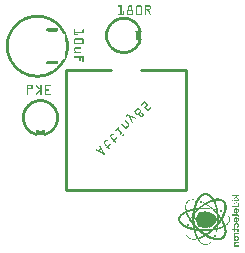
<source format=gbo>
G04 MADE WITH FRITZING*
G04 WWW.FRITZING.ORG*
G04 DOUBLE SIDED*
G04 HOLES PLATED*
G04 CONTOUR ON CENTER OF CONTOUR VECTOR*
%ASAXBY*%
%FSLAX23Y23*%
%MOIN*%
%OFA0B0*%
%SFA1.0B1.0*%
%ADD10C,0.004580*%
%ADD11C,0.002752*%
%ADD12C,0.002488*%
%ADD13C,0.007382*%
%ADD14C,0.010000*%
%ADD15R,0.001000X0.001000*%
%LNSILK0*%
G90*
G70*
G54D10*
X677Y404D03*
G54D11*
X676Y403D03*
G54D10*
X678Y425D03*
G54D12*
X677Y423D03*
G54D13*
X720Y440D03*
X700Y357D03*
X609Y396D03*
X654Y473D03*
G54D14*
X602Y910D02*
X602Y510D01*
D02*
X602Y510D02*
X202Y510D01*
D02*
X202Y510D02*
X202Y910D01*
D02*
X602Y910D02*
X452Y910D01*
D02*
X352Y910D02*
X202Y910D01*
G54D15*
X378Y1126D02*
X388Y1126D01*
X412Y1126D02*
X421Y1126D01*
X440Y1126D02*
X453Y1126D01*
X467Y1126D02*
X481Y1126D01*
X377Y1125D02*
X388Y1125D01*
X411Y1125D02*
X422Y1125D01*
X438Y1125D02*
X455Y1125D01*
X467Y1125D02*
X483Y1125D01*
X377Y1124D02*
X388Y1124D01*
X411Y1124D02*
X422Y1124D01*
X437Y1124D02*
X456Y1124D01*
X467Y1124D02*
X485Y1124D01*
X377Y1123D02*
X388Y1123D01*
X411Y1123D02*
X422Y1123D01*
X437Y1123D02*
X456Y1123D01*
X467Y1123D02*
X485Y1123D01*
X378Y1122D02*
X388Y1122D01*
X411Y1122D02*
X422Y1122D01*
X437Y1122D02*
X456Y1122D01*
X467Y1122D02*
X486Y1122D01*
X385Y1121D02*
X388Y1121D01*
X411Y1121D02*
X414Y1121D01*
X419Y1121D02*
X422Y1121D01*
X437Y1121D02*
X440Y1121D01*
X453Y1121D02*
X456Y1121D01*
X467Y1121D02*
X470Y1121D01*
X483Y1121D02*
X486Y1121D01*
X385Y1120D02*
X388Y1120D01*
X411Y1120D02*
X414Y1120D01*
X419Y1120D02*
X422Y1120D01*
X437Y1120D02*
X440Y1120D01*
X453Y1120D02*
X456Y1120D01*
X467Y1120D02*
X470Y1120D01*
X483Y1120D02*
X486Y1120D01*
X385Y1119D02*
X388Y1119D01*
X411Y1119D02*
X414Y1119D01*
X419Y1119D02*
X422Y1119D01*
X437Y1119D02*
X440Y1119D01*
X453Y1119D02*
X456Y1119D01*
X467Y1119D02*
X470Y1119D01*
X483Y1119D02*
X486Y1119D01*
X385Y1118D02*
X388Y1118D01*
X411Y1118D02*
X414Y1118D01*
X419Y1118D02*
X422Y1118D01*
X437Y1118D02*
X440Y1118D01*
X453Y1118D02*
X456Y1118D01*
X467Y1118D02*
X470Y1118D01*
X483Y1118D02*
X486Y1118D01*
X385Y1117D02*
X388Y1117D01*
X411Y1117D02*
X414Y1117D01*
X419Y1117D02*
X422Y1117D01*
X437Y1117D02*
X440Y1117D01*
X453Y1117D02*
X456Y1117D01*
X467Y1117D02*
X470Y1117D01*
X483Y1117D02*
X486Y1117D01*
X385Y1116D02*
X388Y1116D01*
X411Y1116D02*
X414Y1116D01*
X419Y1116D02*
X422Y1116D01*
X437Y1116D02*
X440Y1116D01*
X453Y1116D02*
X456Y1116D01*
X467Y1116D02*
X470Y1116D01*
X482Y1116D02*
X486Y1116D01*
X385Y1115D02*
X388Y1115D01*
X411Y1115D02*
X414Y1115D01*
X419Y1115D02*
X422Y1115D01*
X437Y1115D02*
X440Y1115D01*
X453Y1115D02*
X456Y1115D01*
X467Y1115D02*
X486Y1115D01*
X385Y1114D02*
X388Y1114D01*
X411Y1114D02*
X414Y1114D01*
X419Y1114D02*
X422Y1114D01*
X437Y1114D02*
X440Y1114D01*
X453Y1114D02*
X456Y1114D01*
X467Y1114D02*
X485Y1114D01*
X385Y1113D02*
X388Y1113D01*
X411Y1113D02*
X414Y1113D01*
X419Y1113D02*
X422Y1113D01*
X437Y1113D02*
X440Y1113D01*
X453Y1113D02*
X456Y1113D01*
X467Y1113D02*
X484Y1113D01*
X385Y1112D02*
X388Y1112D01*
X410Y1112D02*
X423Y1112D01*
X437Y1112D02*
X440Y1112D01*
X453Y1112D02*
X456Y1112D01*
X467Y1112D02*
X483Y1112D01*
X385Y1111D02*
X388Y1111D01*
X408Y1111D02*
X425Y1111D01*
X437Y1111D02*
X440Y1111D01*
X453Y1111D02*
X456Y1111D01*
X467Y1111D02*
X470Y1111D01*
X474Y1111D02*
X478Y1111D01*
X385Y1110D02*
X388Y1110D01*
X407Y1110D02*
X426Y1110D01*
X437Y1110D02*
X440Y1110D01*
X453Y1110D02*
X456Y1110D01*
X467Y1110D02*
X470Y1110D01*
X475Y1110D02*
X478Y1110D01*
X385Y1109D02*
X388Y1109D01*
X407Y1109D02*
X426Y1109D01*
X437Y1109D02*
X440Y1109D01*
X453Y1109D02*
X456Y1109D01*
X467Y1109D02*
X470Y1109D01*
X475Y1109D02*
X479Y1109D01*
X385Y1108D02*
X388Y1108D01*
X394Y1108D02*
X396Y1108D01*
X407Y1108D02*
X426Y1108D01*
X437Y1108D02*
X440Y1108D01*
X453Y1108D02*
X456Y1108D01*
X467Y1108D02*
X470Y1108D01*
X476Y1108D02*
X480Y1108D01*
X385Y1107D02*
X388Y1107D01*
X393Y1107D02*
X396Y1107D01*
X407Y1107D02*
X410Y1107D01*
X423Y1107D02*
X426Y1107D01*
X437Y1107D02*
X440Y1107D01*
X453Y1107D02*
X456Y1107D01*
X467Y1107D02*
X470Y1107D01*
X476Y1107D02*
X480Y1107D01*
X385Y1106D02*
X388Y1106D01*
X393Y1106D02*
X396Y1106D01*
X407Y1106D02*
X410Y1106D01*
X423Y1106D02*
X426Y1106D01*
X437Y1106D02*
X440Y1106D01*
X453Y1106D02*
X456Y1106D01*
X467Y1106D02*
X470Y1106D01*
X477Y1106D02*
X481Y1106D01*
X385Y1105D02*
X388Y1105D01*
X393Y1105D02*
X396Y1105D01*
X407Y1105D02*
X410Y1105D01*
X423Y1105D02*
X426Y1105D01*
X437Y1105D02*
X440Y1105D01*
X453Y1105D02*
X456Y1105D01*
X467Y1105D02*
X470Y1105D01*
X477Y1105D02*
X481Y1105D01*
X385Y1104D02*
X388Y1104D01*
X393Y1104D02*
X396Y1104D01*
X407Y1104D02*
X410Y1104D01*
X423Y1104D02*
X426Y1104D01*
X437Y1104D02*
X440Y1104D01*
X453Y1104D02*
X456Y1104D01*
X467Y1104D02*
X470Y1104D01*
X478Y1104D02*
X482Y1104D01*
X385Y1103D02*
X388Y1103D01*
X393Y1103D02*
X396Y1103D01*
X407Y1103D02*
X410Y1103D01*
X423Y1103D02*
X426Y1103D01*
X437Y1103D02*
X440Y1103D01*
X453Y1103D02*
X456Y1103D01*
X467Y1103D02*
X470Y1103D01*
X479Y1103D02*
X483Y1103D01*
X385Y1102D02*
X388Y1102D01*
X393Y1102D02*
X396Y1102D01*
X407Y1102D02*
X410Y1102D01*
X423Y1102D02*
X426Y1102D01*
X437Y1102D02*
X440Y1102D01*
X453Y1102D02*
X456Y1102D01*
X467Y1102D02*
X470Y1102D01*
X479Y1102D02*
X483Y1102D01*
X385Y1101D02*
X388Y1101D01*
X393Y1101D02*
X396Y1101D01*
X407Y1101D02*
X410Y1101D01*
X423Y1101D02*
X426Y1101D01*
X437Y1101D02*
X440Y1101D01*
X453Y1101D02*
X456Y1101D01*
X467Y1101D02*
X470Y1101D01*
X480Y1101D02*
X484Y1101D01*
X385Y1100D02*
X388Y1100D01*
X393Y1100D02*
X396Y1100D01*
X407Y1100D02*
X410Y1100D01*
X423Y1100D02*
X426Y1100D01*
X437Y1100D02*
X440Y1100D01*
X453Y1100D02*
X456Y1100D01*
X467Y1100D02*
X470Y1100D01*
X480Y1100D02*
X484Y1100D01*
X385Y1099D02*
X388Y1099D01*
X393Y1099D02*
X396Y1099D01*
X407Y1099D02*
X410Y1099D01*
X423Y1099D02*
X426Y1099D01*
X437Y1099D02*
X440Y1099D01*
X453Y1099D02*
X456Y1099D01*
X467Y1099D02*
X470Y1099D01*
X481Y1099D02*
X485Y1099D01*
X385Y1098D02*
X388Y1098D01*
X393Y1098D02*
X396Y1098D01*
X407Y1098D02*
X410Y1098D01*
X423Y1098D02*
X426Y1098D01*
X437Y1098D02*
X440Y1098D01*
X453Y1098D02*
X456Y1098D01*
X467Y1098D02*
X470Y1098D01*
X482Y1098D02*
X485Y1098D01*
X377Y1097D02*
X396Y1097D01*
X407Y1097D02*
X426Y1097D01*
X437Y1097D02*
X456Y1097D01*
X467Y1097D02*
X470Y1097D01*
X482Y1097D02*
X486Y1097D01*
X377Y1096D02*
X396Y1096D01*
X407Y1096D02*
X426Y1096D01*
X437Y1096D02*
X456Y1096D01*
X467Y1096D02*
X470Y1096D01*
X483Y1096D02*
X486Y1096D01*
X99Y1095D02*
X116Y1095D01*
X377Y1095D02*
X396Y1095D01*
X408Y1095D02*
X425Y1095D01*
X438Y1095D02*
X455Y1095D01*
X467Y1095D02*
X470Y1095D01*
X483Y1095D02*
X486Y1095D01*
X91Y1094D02*
X124Y1094D01*
X378Y1094D02*
X395Y1094D01*
X409Y1094D02*
X424Y1094D01*
X439Y1094D02*
X454Y1094D01*
X468Y1094D02*
X469Y1094D01*
X484Y1094D02*
X485Y1094D01*
X86Y1093D02*
X129Y1093D01*
X82Y1092D02*
X133Y1092D01*
X78Y1091D02*
X136Y1091D01*
X75Y1090D02*
X140Y1090D01*
X72Y1089D02*
X142Y1089D01*
X70Y1088D02*
X145Y1088D01*
X389Y1088D02*
X401Y1088D01*
X67Y1087D02*
X147Y1087D01*
X383Y1087D02*
X407Y1087D01*
X65Y1086D02*
X150Y1086D01*
X379Y1086D02*
X411Y1086D01*
X63Y1085D02*
X98Y1085D01*
X117Y1085D02*
X152Y1085D01*
X376Y1085D02*
X414Y1085D01*
X61Y1084D02*
X90Y1084D01*
X124Y1084D02*
X154Y1084D01*
X374Y1084D02*
X417Y1084D01*
X59Y1083D02*
X85Y1083D01*
X129Y1083D02*
X156Y1083D01*
X371Y1083D02*
X419Y1083D01*
X57Y1082D02*
X81Y1082D01*
X133Y1082D02*
X157Y1082D01*
X369Y1082D02*
X421Y1082D01*
X55Y1081D02*
X78Y1081D01*
X137Y1081D02*
X159Y1081D01*
X367Y1081D02*
X423Y1081D01*
X54Y1080D02*
X75Y1080D01*
X140Y1080D02*
X161Y1080D01*
X365Y1080D02*
X425Y1080D01*
X52Y1079D02*
X72Y1079D01*
X142Y1079D02*
X162Y1079D01*
X364Y1079D02*
X427Y1079D01*
X50Y1078D02*
X69Y1078D01*
X145Y1078D02*
X164Y1078D01*
X362Y1078D02*
X389Y1078D01*
X402Y1078D02*
X428Y1078D01*
X49Y1077D02*
X67Y1077D01*
X147Y1077D02*
X166Y1077D01*
X361Y1077D02*
X383Y1077D01*
X408Y1077D02*
X430Y1077D01*
X48Y1076D02*
X65Y1076D01*
X149Y1076D02*
X167Y1076D01*
X359Y1076D02*
X379Y1076D01*
X412Y1076D02*
X431Y1076D01*
X46Y1075D02*
X63Y1075D01*
X151Y1075D02*
X168Y1075D01*
X358Y1075D02*
X376Y1075D01*
X414Y1075D02*
X433Y1075D01*
X45Y1074D02*
X61Y1074D01*
X153Y1074D02*
X170Y1074D01*
X357Y1074D02*
X373Y1074D01*
X417Y1074D02*
X434Y1074D01*
X44Y1073D02*
X59Y1073D01*
X155Y1073D02*
X171Y1073D01*
X356Y1073D02*
X371Y1073D01*
X419Y1073D02*
X435Y1073D01*
X42Y1072D02*
X58Y1072D01*
X157Y1072D02*
X172Y1072D01*
X354Y1072D02*
X369Y1072D01*
X421Y1072D02*
X436Y1072D01*
X41Y1071D02*
X56Y1071D01*
X158Y1071D02*
X173Y1071D01*
X353Y1071D02*
X368Y1071D01*
X423Y1071D02*
X437Y1071D01*
X40Y1070D02*
X54Y1070D01*
X160Y1070D02*
X175Y1070D01*
X352Y1070D02*
X366Y1070D01*
X425Y1070D02*
X438Y1070D01*
X39Y1069D02*
X53Y1069D01*
X162Y1069D02*
X176Y1069D01*
X351Y1069D02*
X365Y1069D01*
X426Y1069D02*
X439Y1069D01*
X38Y1068D02*
X51Y1068D01*
X163Y1068D02*
X177Y1068D01*
X350Y1068D02*
X363Y1068D01*
X427Y1068D02*
X440Y1068D01*
X37Y1067D02*
X50Y1067D01*
X164Y1067D02*
X178Y1067D01*
X350Y1067D02*
X362Y1067D01*
X429Y1067D02*
X441Y1067D01*
X36Y1066D02*
X49Y1066D01*
X166Y1066D02*
X179Y1066D01*
X349Y1066D02*
X361Y1066D01*
X430Y1066D02*
X442Y1066D01*
X34Y1065D02*
X47Y1065D01*
X167Y1065D02*
X180Y1065D01*
X348Y1065D02*
X360Y1065D01*
X431Y1065D02*
X443Y1065D01*
X33Y1064D02*
X46Y1064D01*
X168Y1064D02*
X181Y1064D01*
X347Y1064D02*
X358Y1064D01*
X432Y1064D02*
X443Y1064D01*
X33Y1063D02*
X45Y1063D01*
X170Y1063D02*
X182Y1063D01*
X346Y1063D02*
X357Y1063D01*
X433Y1063D02*
X444Y1063D01*
X32Y1062D02*
X44Y1062D01*
X171Y1062D02*
X183Y1062D01*
X346Y1062D02*
X356Y1062D01*
X434Y1062D02*
X445Y1062D01*
X31Y1061D02*
X43Y1061D01*
X172Y1061D02*
X184Y1061D01*
X345Y1061D02*
X356Y1061D01*
X435Y1061D02*
X446Y1061D01*
X30Y1060D02*
X42Y1060D01*
X173Y1060D02*
X185Y1060D01*
X344Y1060D02*
X355Y1060D01*
X436Y1060D02*
X446Y1060D01*
X29Y1059D02*
X41Y1059D01*
X174Y1059D02*
X186Y1059D01*
X343Y1059D02*
X354Y1059D01*
X437Y1059D02*
X447Y1059D01*
X28Y1058D02*
X40Y1058D01*
X175Y1058D02*
X187Y1058D01*
X343Y1058D02*
X353Y1058D01*
X437Y1058D02*
X448Y1058D01*
X27Y1057D02*
X39Y1057D01*
X176Y1057D02*
X187Y1057D01*
X342Y1057D02*
X352Y1057D01*
X438Y1057D02*
X448Y1057D01*
X26Y1056D02*
X38Y1056D01*
X177Y1056D02*
X188Y1056D01*
X342Y1056D02*
X352Y1056D01*
X439Y1056D02*
X449Y1056D01*
X26Y1055D02*
X37Y1055D01*
X178Y1055D02*
X189Y1055D01*
X341Y1055D02*
X351Y1055D01*
X439Y1055D02*
X449Y1055D01*
X25Y1054D02*
X36Y1054D01*
X179Y1054D02*
X190Y1054D01*
X341Y1054D02*
X350Y1054D01*
X440Y1054D02*
X450Y1054D01*
X24Y1053D02*
X35Y1053D01*
X180Y1053D02*
X190Y1053D01*
X340Y1053D02*
X350Y1053D01*
X441Y1053D02*
X450Y1053D01*
X23Y1052D02*
X34Y1052D01*
X180Y1052D02*
X191Y1052D01*
X340Y1052D02*
X349Y1052D01*
X441Y1052D02*
X451Y1052D01*
X23Y1051D02*
X33Y1051D01*
X181Y1051D02*
X192Y1051D01*
X339Y1051D02*
X349Y1051D01*
X442Y1051D02*
X451Y1051D01*
X22Y1050D02*
X32Y1050D01*
X140Y1050D02*
X175Y1050D01*
X182Y1050D02*
X193Y1050D01*
X339Y1050D02*
X348Y1050D01*
X442Y1050D02*
X452Y1050D01*
X21Y1049D02*
X32Y1049D01*
X139Y1049D02*
X176Y1049D01*
X183Y1049D02*
X193Y1049D01*
X338Y1049D02*
X348Y1049D01*
X443Y1049D02*
X452Y1049D01*
X20Y1048D02*
X31Y1048D01*
X138Y1048D02*
X177Y1048D01*
X184Y1048D02*
X194Y1048D01*
X338Y1048D02*
X347Y1048D01*
X443Y1048D02*
X453Y1048D01*
X20Y1047D02*
X30Y1047D01*
X138Y1047D02*
X177Y1047D01*
X184Y1047D02*
X195Y1047D01*
X338Y1047D02*
X347Y1047D01*
X444Y1047D02*
X453Y1047D01*
X19Y1046D02*
X29Y1046D01*
X137Y1046D02*
X177Y1046D01*
X185Y1046D02*
X195Y1046D01*
X230Y1046D02*
X232Y1046D01*
X259Y1046D02*
X261Y1046D01*
X337Y1046D02*
X346Y1046D01*
X444Y1046D02*
X453Y1046D01*
X19Y1045D02*
X29Y1045D01*
X137Y1045D02*
X177Y1045D01*
X186Y1045D02*
X196Y1045D01*
X230Y1045D02*
X233Y1045D01*
X258Y1045D02*
X261Y1045D01*
X337Y1045D02*
X346Y1045D01*
X444Y1045D02*
X454Y1045D01*
X18Y1044D02*
X28Y1044D01*
X138Y1044D02*
X177Y1044D01*
X187Y1044D02*
X197Y1044D01*
X230Y1044D02*
X233Y1044D01*
X258Y1044D02*
X261Y1044D01*
X336Y1044D02*
X346Y1044D01*
X445Y1044D02*
X454Y1044D01*
X17Y1043D02*
X27Y1043D01*
X138Y1043D02*
X177Y1043D01*
X187Y1043D02*
X197Y1043D01*
X230Y1043D02*
X233Y1043D01*
X258Y1043D02*
X261Y1043D01*
X336Y1043D02*
X345Y1043D01*
X445Y1043D02*
X454Y1043D01*
X17Y1042D02*
X27Y1042D01*
X139Y1042D02*
X176Y1042D01*
X188Y1042D02*
X198Y1042D01*
X230Y1042D02*
X233Y1042D01*
X258Y1042D02*
X261Y1042D01*
X336Y1042D02*
X345Y1042D01*
X445Y1042D02*
X455Y1042D01*
X16Y1041D02*
X26Y1041D01*
X140Y1041D02*
X175Y1041D01*
X188Y1041D02*
X198Y1041D01*
X230Y1041D02*
X233Y1041D01*
X258Y1041D02*
X261Y1041D01*
X336Y1041D02*
X345Y1041D01*
X435Y1041D02*
X455Y1041D01*
X16Y1040D02*
X26Y1040D01*
X143Y1040D02*
X172Y1040D01*
X189Y1040D02*
X199Y1040D01*
X230Y1040D02*
X233Y1040D01*
X258Y1040D02*
X261Y1040D01*
X335Y1040D02*
X345Y1040D01*
X435Y1040D02*
X455Y1040D01*
X15Y1039D02*
X25Y1039D01*
X190Y1039D02*
X199Y1039D01*
X230Y1039D02*
X233Y1039D01*
X258Y1039D02*
X261Y1039D01*
X335Y1039D02*
X344Y1039D01*
X436Y1039D02*
X455Y1039D01*
X15Y1038D02*
X24Y1038D01*
X190Y1038D02*
X200Y1038D01*
X230Y1038D02*
X261Y1038D01*
X335Y1038D02*
X344Y1038D01*
X436Y1038D02*
X454Y1038D01*
X14Y1037D02*
X24Y1037D01*
X191Y1037D02*
X200Y1037D01*
X230Y1037D02*
X261Y1037D01*
X335Y1037D02*
X344Y1037D01*
X437Y1037D02*
X454Y1037D01*
X14Y1036D02*
X23Y1036D01*
X191Y1036D02*
X201Y1036D01*
X230Y1036D02*
X261Y1036D01*
X335Y1036D02*
X344Y1036D01*
X437Y1036D02*
X454Y1036D01*
X13Y1035D02*
X23Y1035D01*
X192Y1035D02*
X201Y1035D01*
X230Y1035D02*
X261Y1035D01*
X334Y1035D02*
X343Y1035D01*
X437Y1035D02*
X453Y1035D01*
X13Y1034D02*
X22Y1034D01*
X192Y1034D02*
X202Y1034D01*
X230Y1034D02*
X233Y1034D01*
X334Y1034D02*
X343Y1034D01*
X437Y1034D02*
X453Y1034D01*
X12Y1033D02*
X22Y1033D01*
X193Y1033D02*
X202Y1033D01*
X230Y1033D02*
X233Y1033D01*
X334Y1033D02*
X343Y1033D01*
X438Y1033D02*
X453Y1033D01*
X12Y1032D02*
X21Y1032D01*
X200Y1032D02*
X203Y1032D01*
X230Y1032D02*
X233Y1032D01*
X334Y1032D02*
X343Y1032D01*
X438Y1032D02*
X453Y1032D01*
X11Y1031D02*
X21Y1031D01*
X200Y1031D02*
X203Y1031D01*
X230Y1031D02*
X233Y1031D01*
X334Y1031D02*
X343Y1031D01*
X438Y1031D02*
X453Y1031D01*
X11Y1030D02*
X20Y1030D01*
X200Y1030D02*
X204Y1030D01*
X230Y1030D02*
X242Y1030D01*
X334Y1030D02*
X343Y1030D01*
X438Y1030D02*
X452Y1030D01*
X10Y1029D02*
X20Y1029D01*
X200Y1029D02*
X204Y1029D01*
X230Y1029D02*
X243Y1029D01*
X334Y1029D02*
X343Y1029D01*
X438Y1029D02*
X452Y1029D01*
X10Y1028D02*
X19Y1028D01*
X200Y1028D02*
X205Y1028D01*
X230Y1028D02*
X244Y1028D01*
X334Y1028D02*
X343Y1028D01*
X438Y1028D02*
X452Y1028D01*
X10Y1027D02*
X19Y1027D01*
X200Y1027D02*
X205Y1027D01*
X230Y1027D02*
X243Y1027D01*
X334Y1027D02*
X343Y1027D01*
X438Y1027D02*
X452Y1027D01*
X9Y1026D02*
X19Y1026D01*
X200Y1026D02*
X205Y1026D01*
X334Y1026D02*
X343Y1026D01*
X438Y1026D02*
X452Y1026D01*
X9Y1025D02*
X18Y1025D01*
X200Y1025D02*
X206Y1025D01*
X334Y1025D02*
X343Y1025D01*
X438Y1025D02*
X452Y1025D01*
X8Y1024D02*
X18Y1024D01*
X200Y1024D02*
X206Y1024D01*
X334Y1024D02*
X343Y1024D01*
X438Y1024D02*
X452Y1024D01*
X8Y1023D02*
X17Y1023D01*
X200Y1023D02*
X206Y1023D01*
X334Y1023D02*
X343Y1023D01*
X438Y1023D02*
X452Y1023D01*
X8Y1022D02*
X17Y1022D01*
X200Y1022D02*
X207Y1022D01*
X334Y1022D02*
X343Y1022D01*
X438Y1022D02*
X453Y1022D01*
X7Y1021D02*
X17Y1021D01*
X200Y1021D02*
X207Y1021D01*
X334Y1021D02*
X343Y1021D01*
X438Y1021D02*
X453Y1021D01*
X7Y1020D02*
X16Y1020D01*
X200Y1020D02*
X207Y1020D01*
X334Y1020D02*
X343Y1020D01*
X438Y1020D02*
X453Y1020D01*
X7Y1019D02*
X16Y1019D01*
X200Y1019D02*
X208Y1019D01*
X334Y1019D02*
X343Y1019D01*
X437Y1019D02*
X453Y1019D01*
X7Y1018D02*
X16Y1018D01*
X200Y1018D02*
X208Y1018D01*
X334Y1018D02*
X343Y1018D01*
X437Y1018D02*
X453Y1018D01*
X6Y1017D02*
X15Y1017D01*
X200Y1017D02*
X208Y1017D01*
X335Y1017D02*
X344Y1017D01*
X437Y1017D02*
X454Y1017D01*
X6Y1016D02*
X15Y1016D01*
X200Y1016D02*
X208Y1016D01*
X232Y1016D02*
X259Y1016D01*
X335Y1016D02*
X344Y1016D01*
X437Y1016D02*
X454Y1016D01*
X6Y1015D02*
X15Y1015D01*
X200Y1015D02*
X209Y1015D01*
X231Y1015D02*
X260Y1015D01*
X335Y1015D02*
X344Y1015D01*
X436Y1015D02*
X454Y1015D01*
X6Y1014D02*
X15Y1014D01*
X200Y1014D02*
X209Y1014D01*
X230Y1014D02*
X261Y1014D01*
X335Y1014D02*
X344Y1014D01*
X436Y1014D02*
X455Y1014D01*
X5Y1013D02*
X14Y1013D01*
X200Y1013D02*
X209Y1013D01*
X230Y1013D02*
X261Y1013D01*
X335Y1013D02*
X344Y1013D01*
X436Y1013D02*
X455Y1013D01*
X5Y1012D02*
X14Y1012D01*
X200Y1012D02*
X209Y1012D01*
X230Y1012D02*
X233Y1012D01*
X258Y1012D02*
X261Y1012D01*
X336Y1012D02*
X345Y1012D01*
X435Y1012D02*
X455Y1012D01*
X5Y1011D02*
X14Y1011D01*
X201Y1011D02*
X210Y1011D01*
X230Y1011D02*
X233Y1011D01*
X258Y1011D02*
X261Y1011D01*
X336Y1011D02*
X345Y1011D01*
X446Y1011D02*
X455Y1011D01*
X5Y1010D02*
X14Y1010D01*
X201Y1010D02*
X210Y1010D01*
X230Y1010D02*
X233Y1010D01*
X258Y1010D02*
X261Y1010D01*
X336Y1010D02*
X345Y1010D01*
X445Y1010D02*
X454Y1010D01*
X5Y1009D02*
X14Y1009D01*
X201Y1009D02*
X210Y1009D01*
X230Y1009D02*
X233Y1009D01*
X258Y1009D02*
X261Y1009D01*
X336Y1009D02*
X346Y1009D01*
X445Y1009D02*
X454Y1009D01*
X4Y1008D02*
X13Y1008D01*
X201Y1008D02*
X210Y1008D01*
X230Y1008D02*
X233Y1008D01*
X258Y1008D02*
X261Y1008D01*
X337Y1008D02*
X346Y1008D01*
X445Y1008D02*
X454Y1008D01*
X4Y1007D02*
X13Y1007D01*
X201Y1007D02*
X210Y1007D01*
X230Y1007D02*
X233Y1007D01*
X258Y1007D02*
X261Y1007D01*
X337Y1007D02*
X346Y1007D01*
X444Y1007D02*
X453Y1007D01*
X4Y1006D02*
X13Y1006D01*
X201Y1006D02*
X211Y1006D01*
X230Y1006D02*
X233Y1006D01*
X258Y1006D02*
X261Y1006D01*
X337Y1006D02*
X347Y1006D01*
X444Y1006D02*
X453Y1006D01*
X4Y1005D02*
X13Y1005D01*
X202Y1005D02*
X211Y1005D01*
X230Y1005D02*
X233Y1005D01*
X258Y1005D02*
X261Y1005D01*
X338Y1005D02*
X347Y1005D01*
X443Y1005D02*
X453Y1005D01*
X4Y1004D02*
X13Y1004D01*
X202Y1004D02*
X211Y1004D01*
X230Y1004D02*
X233Y1004D01*
X258Y1004D02*
X261Y1004D01*
X338Y1004D02*
X348Y1004D01*
X443Y1004D02*
X452Y1004D01*
X4Y1003D02*
X13Y1003D01*
X202Y1003D02*
X211Y1003D01*
X230Y1003D02*
X233Y1003D01*
X258Y1003D02*
X261Y1003D01*
X339Y1003D02*
X348Y1003D01*
X442Y1003D02*
X452Y1003D01*
X3Y1002D02*
X12Y1002D01*
X202Y1002D02*
X211Y1002D01*
X230Y1002D02*
X233Y1002D01*
X258Y1002D02*
X261Y1002D01*
X339Y1002D02*
X349Y1002D01*
X442Y1002D02*
X451Y1002D01*
X3Y1001D02*
X12Y1001D01*
X202Y1001D02*
X211Y1001D01*
X230Y1001D02*
X233Y1001D01*
X258Y1001D02*
X261Y1001D01*
X340Y1001D02*
X349Y1001D01*
X441Y1001D02*
X451Y1001D01*
X3Y1000D02*
X12Y1000D01*
X202Y1000D02*
X211Y1000D01*
X230Y1000D02*
X261Y1000D01*
X340Y1000D02*
X350Y1000D01*
X441Y1000D02*
X451Y1000D01*
X3Y999D02*
X12Y999D01*
X202Y999D02*
X211Y999D01*
X230Y999D02*
X261Y999D01*
X340Y999D02*
X350Y999D01*
X440Y999D02*
X450Y999D01*
X3Y998D02*
X12Y998D01*
X202Y998D02*
X211Y998D01*
X231Y998D02*
X260Y998D01*
X341Y998D02*
X351Y998D01*
X440Y998D02*
X450Y998D01*
X3Y997D02*
X12Y997D01*
X202Y997D02*
X211Y997D01*
X232Y997D02*
X259Y997D01*
X341Y997D02*
X352Y997D01*
X439Y997D02*
X449Y997D01*
X3Y996D02*
X12Y996D01*
X203Y996D02*
X212Y996D01*
X342Y996D02*
X352Y996D01*
X438Y996D02*
X448Y996D01*
X3Y995D02*
X12Y995D01*
X203Y995D02*
X212Y995D01*
X343Y995D02*
X353Y995D01*
X438Y995D02*
X448Y995D01*
X3Y994D02*
X12Y994D01*
X203Y994D02*
X212Y994D01*
X343Y994D02*
X354Y994D01*
X437Y994D02*
X447Y994D01*
X3Y993D02*
X12Y993D01*
X203Y993D02*
X212Y993D01*
X344Y993D02*
X354Y993D01*
X436Y993D02*
X447Y993D01*
X3Y992D02*
X12Y992D01*
X203Y992D02*
X212Y992D01*
X345Y992D02*
X355Y992D01*
X435Y992D02*
X446Y992D01*
X3Y991D02*
X12Y991D01*
X203Y991D02*
X212Y991D01*
X345Y991D02*
X356Y991D01*
X434Y991D02*
X445Y991D01*
X3Y990D02*
X12Y990D01*
X203Y990D02*
X212Y990D01*
X346Y990D02*
X357Y990D01*
X433Y990D02*
X444Y990D01*
X3Y989D02*
X12Y989D01*
X203Y989D02*
X212Y989D01*
X347Y989D02*
X358Y989D01*
X432Y989D02*
X444Y989D01*
X3Y988D02*
X12Y988D01*
X203Y988D02*
X212Y988D01*
X348Y988D02*
X359Y988D01*
X431Y988D02*
X443Y988D01*
X3Y987D02*
X12Y987D01*
X203Y987D02*
X212Y987D01*
X348Y987D02*
X360Y987D01*
X430Y987D02*
X442Y987D01*
X3Y986D02*
X12Y986D01*
X203Y986D02*
X212Y986D01*
X234Y986D02*
X252Y986D01*
X349Y986D02*
X362Y986D01*
X429Y986D02*
X441Y986D01*
X3Y985D02*
X12Y985D01*
X203Y985D02*
X212Y985D01*
X232Y985D02*
X252Y985D01*
X350Y985D02*
X363Y985D01*
X428Y985D02*
X440Y985D01*
X3Y984D02*
X12Y984D01*
X202Y984D02*
X212Y984D01*
X231Y984D02*
X252Y984D01*
X351Y984D02*
X364Y984D01*
X426Y984D02*
X439Y984D01*
X3Y983D02*
X12Y983D01*
X202Y983D02*
X211Y983D01*
X231Y983D02*
X251Y983D01*
X352Y983D02*
X366Y983D01*
X425Y983D02*
X438Y983D01*
X3Y982D02*
X12Y982D01*
X202Y982D02*
X211Y982D01*
X230Y982D02*
X234Y982D01*
X353Y982D02*
X367Y982D01*
X423Y982D02*
X437Y982D01*
X3Y981D02*
X12Y981D01*
X202Y981D02*
X211Y981D01*
X230Y981D02*
X233Y981D01*
X354Y981D02*
X369Y981D01*
X422Y981D02*
X436Y981D01*
X3Y980D02*
X12Y980D01*
X202Y980D02*
X211Y980D01*
X230Y980D02*
X233Y980D01*
X355Y980D02*
X371Y980D01*
X420Y980D02*
X435Y980D01*
X3Y979D02*
X12Y979D01*
X202Y979D02*
X211Y979D01*
X230Y979D02*
X233Y979D01*
X356Y979D02*
X373Y979D01*
X418Y979D02*
X434Y979D01*
X4Y978D02*
X13Y978D01*
X202Y978D02*
X211Y978D01*
X230Y978D02*
X233Y978D01*
X358Y978D02*
X375Y978D01*
X415Y978D02*
X433Y978D01*
X4Y977D02*
X13Y977D01*
X202Y977D02*
X211Y977D01*
X230Y977D02*
X233Y977D01*
X359Y977D02*
X378Y977D01*
X412Y977D02*
X432Y977D01*
X4Y976D02*
X13Y976D01*
X202Y976D02*
X211Y976D01*
X230Y976D02*
X234Y976D01*
X360Y976D02*
X382Y976D01*
X409Y976D02*
X430Y976D01*
X4Y975D02*
X13Y975D01*
X202Y975D02*
X211Y975D01*
X230Y975D02*
X234Y975D01*
X362Y975D02*
X387Y975D01*
X403Y975D02*
X429Y975D01*
X4Y974D02*
X13Y974D01*
X201Y974D02*
X210Y974D01*
X231Y974D02*
X235Y974D01*
X363Y974D02*
X427Y974D01*
X4Y973D02*
X13Y973D01*
X201Y973D02*
X210Y973D01*
X232Y973D02*
X236Y973D01*
X365Y973D02*
X426Y973D01*
X5Y972D02*
X14Y972D01*
X201Y972D02*
X210Y972D01*
X232Y972D02*
X236Y972D01*
X367Y972D02*
X424Y972D01*
X5Y971D02*
X14Y971D01*
X201Y971D02*
X210Y971D01*
X233Y971D02*
X237Y971D01*
X369Y971D02*
X422Y971D01*
X5Y970D02*
X14Y970D01*
X201Y970D02*
X210Y970D01*
X231Y970D02*
X251Y970D01*
X371Y970D02*
X420Y970D01*
X5Y969D02*
X14Y969D01*
X200Y969D02*
X209Y969D01*
X230Y969D02*
X252Y969D01*
X373Y969D02*
X418Y969D01*
X5Y968D02*
X14Y968D01*
X200Y968D02*
X209Y968D01*
X230Y968D02*
X252Y968D01*
X376Y968D02*
X415Y968D01*
X6Y967D02*
X15Y967D01*
X200Y967D02*
X209Y967D01*
X230Y967D02*
X252Y967D01*
X379Y967D02*
X412Y967D01*
X6Y966D02*
X15Y966D01*
X200Y966D02*
X209Y966D01*
X382Y966D02*
X408Y966D01*
X6Y965D02*
X15Y965D01*
X200Y965D02*
X208Y965D01*
X388Y965D02*
X402Y965D01*
X6Y964D02*
X15Y964D01*
X200Y964D02*
X208Y964D01*
X7Y963D02*
X16Y963D01*
X200Y963D02*
X208Y963D01*
X7Y962D02*
X16Y962D01*
X200Y962D02*
X208Y962D01*
X7Y961D02*
X16Y961D01*
X200Y961D02*
X207Y961D01*
X7Y960D02*
X17Y960D01*
X200Y960D02*
X207Y960D01*
X8Y959D02*
X17Y959D01*
X200Y959D02*
X207Y959D01*
X8Y958D02*
X17Y958D01*
X200Y958D02*
X206Y958D01*
X8Y957D02*
X18Y957D01*
X200Y957D02*
X206Y957D01*
X9Y956D02*
X18Y956D01*
X200Y956D02*
X206Y956D01*
X230Y956D02*
X261Y956D01*
X9Y955D02*
X19Y955D01*
X200Y955D02*
X205Y955D01*
X230Y955D02*
X261Y955D01*
X10Y954D02*
X19Y954D01*
X200Y954D02*
X205Y954D01*
X230Y954D02*
X261Y954D01*
X10Y953D02*
X19Y953D01*
X200Y953D02*
X205Y953D01*
X231Y953D02*
X261Y953D01*
X10Y952D02*
X20Y952D01*
X200Y952D02*
X204Y952D01*
X247Y952D02*
X251Y952D01*
X258Y952D02*
X261Y952D01*
X11Y951D02*
X20Y951D01*
X200Y951D02*
X204Y951D01*
X247Y951D02*
X251Y951D01*
X258Y951D02*
X261Y951D01*
X11Y950D02*
X21Y950D01*
X200Y950D02*
X203Y950D01*
X247Y950D02*
X251Y950D01*
X258Y950D02*
X261Y950D01*
X12Y949D02*
X21Y949D01*
X200Y949D02*
X203Y949D01*
X247Y949D02*
X251Y949D01*
X258Y949D02*
X261Y949D01*
X12Y948D02*
X22Y948D01*
X193Y948D02*
X202Y948D01*
X247Y948D02*
X251Y948D01*
X258Y948D02*
X261Y948D01*
X13Y947D02*
X22Y947D01*
X192Y947D02*
X202Y947D01*
X247Y947D02*
X251Y947D01*
X258Y947D02*
X261Y947D01*
X13Y946D02*
X23Y946D01*
X192Y946D02*
X201Y946D01*
X247Y946D02*
X251Y946D01*
X258Y946D02*
X261Y946D01*
X14Y945D02*
X23Y945D01*
X191Y945D02*
X201Y945D01*
X247Y945D02*
X251Y945D01*
X258Y945D02*
X261Y945D01*
X14Y944D02*
X24Y944D01*
X191Y944D02*
X200Y944D01*
X247Y944D02*
X251Y944D01*
X258Y944D02*
X261Y944D01*
X15Y943D02*
X24Y943D01*
X190Y943D02*
X200Y943D01*
X247Y943D02*
X251Y943D01*
X258Y943D02*
X261Y943D01*
X15Y942D02*
X25Y942D01*
X190Y942D02*
X200Y942D01*
X247Y942D02*
X251Y942D01*
X258Y942D02*
X261Y942D01*
X16Y941D02*
X25Y941D01*
X143Y941D02*
X172Y941D01*
X189Y941D02*
X199Y941D01*
X248Y941D02*
X250Y941D01*
X258Y941D02*
X261Y941D01*
X16Y940D02*
X26Y940D01*
X140Y940D02*
X175Y940D01*
X188Y940D02*
X198Y940D01*
X258Y940D02*
X261Y940D01*
X17Y939D02*
X27Y939D01*
X139Y939D02*
X176Y939D01*
X188Y939D02*
X198Y939D01*
X258Y939D02*
X261Y939D01*
X17Y938D02*
X27Y938D01*
X138Y938D02*
X177Y938D01*
X187Y938D02*
X197Y938D01*
X258Y938D02*
X261Y938D01*
X18Y937D02*
X28Y937D01*
X138Y937D02*
X177Y937D01*
X187Y937D02*
X197Y937D01*
X259Y937D02*
X261Y937D01*
X19Y936D02*
X29Y936D01*
X137Y936D02*
X177Y936D01*
X186Y936D02*
X196Y936D01*
X19Y935D02*
X29Y935D01*
X137Y935D02*
X177Y935D01*
X185Y935D02*
X195Y935D01*
X20Y934D02*
X30Y934D01*
X138Y934D02*
X177Y934D01*
X184Y934D02*
X195Y934D01*
X20Y933D02*
X31Y933D01*
X138Y933D02*
X177Y933D01*
X184Y933D02*
X194Y933D01*
X21Y932D02*
X32Y932D01*
X139Y932D02*
X176Y932D01*
X183Y932D02*
X194Y932D01*
X22Y931D02*
X32Y931D01*
X140Y931D02*
X175Y931D01*
X182Y931D02*
X193Y931D01*
X23Y930D02*
X33Y930D01*
X181Y930D02*
X192Y930D01*
X23Y929D02*
X34Y929D01*
X181Y929D02*
X191Y929D01*
X24Y928D02*
X35Y928D01*
X180Y928D02*
X191Y928D01*
X25Y927D02*
X36Y927D01*
X179Y927D02*
X190Y927D01*
X26Y926D02*
X37Y926D01*
X178Y926D02*
X189Y926D01*
X26Y925D02*
X38Y925D01*
X177Y925D02*
X188Y925D01*
X27Y924D02*
X39Y924D01*
X176Y924D02*
X187Y924D01*
X28Y923D02*
X39Y923D01*
X175Y923D02*
X187Y923D01*
X29Y922D02*
X41Y922D01*
X174Y922D02*
X186Y922D01*
X30Y921D02*
X42Y921D01*
X173Y921D02*
X185Y921D01*
X31Y920D02*
X43Y920D01*
X172Y920D02*
X184Y920D01*
X32Y919D02*
X44Y919D01*
X171Y919D02*
X183Y919D01*
X32Y918D02*
X45Y918D01*
X170Y918D02*
X182Y918D01*
X33Y917D02*
X46Y917D01*
X168Y917D02*
X181Y917D01*
X34Y916D02*
X47Y916D01*
X167Y916D02*
X180Y916D01*
X36Y915D02*
X49Y915D01*
X166Y915D02*
X179Y915D01*
X37Y914D02*
X50Y914D01*
X164Y914D02*
X178Y914D01*
X38Y913D02*
X51Y913D01*
X163Y913D02*
X177Y913D01*
X39Y912D02*
X53Y912D01*
X162Y912D02*
X176Y912D01*
X40Y911D02*
X54Y911D01*
X160Y911D02*
X175Y911D01*
X41Y910D02*
X56Y910D01*
X159Y910D02*
X174Y910D01*
X42Y909D02*
X58Y909D01*
X157Y909D02*
X172Y909D01*
X44Y908D02*
X59Y908D01*
X155Y908D02*
X171Y908D01*
X45Y907D02*
X61Y907D01*
X154Y907D02*
X170Y907D01*
X46Y906D02*
X63Y906D01*
X151Y906D02*
X168Y906D01*
X48Y905D02*
X65Y905D01*
X149Y905D02*
X167Y905D01*
X49Y904D02*
X67Y904D01*
X147Y904D02*
X166Y904D01*
X50Y903D02*
X69Y903D01*
X145Y903D02*
X164Y903D01*
X52Y902D02*
X72Y902D01*
X142Y902D02*
X162Y902D01*
X54Y901D02*
X75Y901D01*
X140Y901D02*
X161Y901D01*
X55Y900D02*
X78Y900D01*
X137Y900D02*
X159Y900D01*
X57Y899D02*
X81Y899D01*
X134Y899D02*
X158Y899D01*
X59Y898D02*
X85Y898D01*
X130Y898D02*
X156Y898D01*
X61Y897D02*
X90Y897D01*
X124Y897D02*
X154Y897D01*
X63Y896D02*
X98Y896D01*
X117Y896D02*
X152Y896D01*
X65Y895D02*
X150Y895D01*
X67Y894D02*
X148Y894D01*
X69Y893D02*
X145Y893D01*
X72Y892D02*
X143Y892D01*
X75Y891D02*
X140Y891D01*
X78Y890D02*
X137Y890D01*
X81Y889D02*
X133Y889D01*
X86Y888D02*
X129Y888D01*
X91Y887D02*
X124Y887D01*
X99Y886D02*
X116Y886D01*
X73Y861D02*
X90Y861D01*
X103Y861D02*
X103Y861D01*
X120Y861D02*
X120Y861D01*
X135Y861D02*
X150Y861D01*
X72Y860D02*
X91Y860D01*
X102Y860D02*
X105Y860D01*
X118Y860D02*
X121Y860D01*
X133Y860D02*
X151Y860D01*
X72Y859D02*
X91Y859D01*
X102Y859D02*
X106Y859D01*
X118Y859D02*
X121Y859D01*
X132Y859D02*
X151Y859D01*
X72Y858D02*
X91Y858D01*
X102Y858D02*
X107Y858D01*
X118Y858D02*
X121Y858D01*
X132Y858D02*
X151Y858D01*
X72Y857D02*
X91Y857D01*
X103Y857D02*
X108Y857D01*
X118Y857D02*
X121Y857D01*
X132Y857D02*
X149Y857D01*
X72Y856D02*
X75Y856D01*
X88Y856D02*
X91Y856D01*
X104Y856D02*
X110Y856D01*
X118Y856D02*
X121Y856D01*
X132Y856D02*
X135Y856D01*
X72Y855D02*
X75Y855D01*
X88Y855D02*
X91Y855D01*
X105Y855D02*
X111Y855D01*
X118Y855D02*
X121Y855D01*
X132Y855D02*
X135Y855D01*
X72Y854D02*
X75Y854D01*
X88Y854D02*
X91Y854D01*
X106Y854D02*
X112Y854D01*
X118Y854D02*
X121Y854D01*
X132Y854D02*
X135Y854D01*
X72Y853D02*
X75Y853D01*
X88Y853D02*
X91Y853D01*
X108Y853D02*
X113Y853D01*
X118Y853D02*
X121Y853D01*
X132Y853D02*
X135Y853D01*
X72Y852D02*
X75Y852D01*
X88Y852D02*
X91Y852D01*
X109Y852D02*
X114Y852D01*
X118Y852D02*
X121Y852D01*
X132Y852D02*
X135Y852D01*
X72Y851D02*
X75Y851D01*
X88Y851D02*
X91Y851D01*
X110Y851D02*
X115Y851D01*
X118Y851D02*
X121Y851D01*
X132Y851D02*
X135Y851D01*
X72Y850D02*
X91Y850D01*
X111Y850D02*
X121Y850D01*
X132Y850D02*
X135Y850D01*
X72Y849D02*
X91Y849D01*
X112Y849D02*
X121Y849D01*
X132Y849D02*
X135Y849D01*
X72Y848D02*
X91Y848D01*
X113Y848D02*
X121Y848D01*
X132Y848D02*
X135Y848D01*
X72Y847D02*
X91Y847D01*
X115Y847D02*
X121Y847D01*
X132Y847D02*
X145Y847D01*
X72Y846D02*
X75Y846D01*
X116Y846D02*
X121Y846D01*
X133Y846D02*
X147Y846D01*
X72Y845D02*
X75Y845D01*
X117Y845D02*
X121Y845D01*
X133Y845D02*
X147Y845D01*
X72Y844D02*
X75Y844D01*
X116Y844D02*
X121Y844D01*
X133Y844D02*
X147Y844D01*
X72Y843D02*
X75Y843D01*
X115Y843D02*
X121Y843D01*
X132Y843D02*
X146Y843D01*
X72Y842D02*
X75Y842D01*
X114Y842D02*
X121Y842D01*
X132Y842D02*
X135Y842D01*
X72Y841D02*
X75Y841D01*
X112Y841D02*
X121Y841D01*
X132Y841D02*
X135Y841D01*
X72Y840D02*
X75Y840D01*
X111Y840D02*
X121Y840D01*
X132Y840D02*
X135Y840D01*
X72Y839D02*
X75Y839D01*
X110Y839D02*
X116Y839D01*
X118Y839D02*
X121Y839D01*
X132Y839D02*
X135Y839D01*
X72Y838D02*
X75Y838D01*
X109Y838D02*
X114Y838D01*
X118Y838D02*
X121Y838D01*
X132Y838D02*
X135Y838D01*
X72Y837D02*
X75Y837D01*
X108Y837D02*
X113Y837D01*
X118Y837D02*
X121Y837D01*
X132Y837D02*
X135Y837D01*
X72Y836D02*
X75Y836D01*
X107Y836D02*
X112Y836D01*
X118Y836D02*
X121Y836D01*
X132Y836D02*
X135Y836D01*
X72Y835D02*
X75Y835D01*
X105Y835D02*
X111Y835D01*
X118Y835D02*
X121Y835D01*
X132Y835D02*
X135Y835D01*
X72Y834D02*
X75Y834D01*
X104Y834D02*
X110Y834D01*
X118Y834D02*
X121Y834D01*
X132Y834D02*
X135Y834D01*
X72Y833D02*
X75Y833D01*
X103Y833D02*
X109Y833D01*
X118Y833D02*
X121Y833D01*
X132Y833D02*
X135Y833D01*
X72Y832D02*
X76Y832D01*
X102Y832D02*
X107Y832D01*
X118Y832D02*
X121Y832D01*
X132Y832D02*
X151Y832D01*
X72Y831D02*
X77Y831D01*
X102Y831D02*
X106Y831D01*
X118Y831D02*
X121Y831D01*
X132Y831D02*
X151Y831D01*
X72Y830D02*
X77Y830D01*
X102Y830D02*
X105Y830D01*
X118Y830D02*
X121Y830D01*
X133Y830D02*
X151Y830D01*
X73Y829D02*
X76Y829D01*
X103Y829D02*
X104Y829D01*
X119Y829D02*
X120Y829D01*
X134Y829D02*
X150Y829D01*
X118Y814D02*
X118Y814D01*
X108Y813D02*
X128Y813D01*
X103Y812D02*
X133Y812D01*
X100Y811D02*
X136Y811D01*
X97Y810D02*
X139Y810D01*
X94Y809D02*
X141Y809D01*
X92Y808D02*
X143Y808D01*
X90Y807D02*
X145Y807D01*
X88Y806D02*
X147Y806D01*
X463Y806D02*
X466Y806D01*
X87Y805D02*
X149Y805D01*
X462Y805D02*
X467Y805D01*
X85Y804D02*
X116Y804D01*
X119Y804D02*
X151Y804D01*
X461Y804D02*
X468Y804D01*
X84Y803D02*
X107Y803D01*
X129Y803D02*
X152Y803D01*
X460Y803D02*
X469Y803D01*
X82Y802D02*
X103Y802D01*
X133Y802D02*
X153Y802D01*
X459Y802D02*
X470Y802D01*
X81Y801D02*
X100Y801D01*
X136Y801D02*
X155Y801D01*
X458Y801D02*
X463Y801D01*
X466Y801D02*
X471Y801D01*
X80Y800D02*
X97Y800D01*
X139Y800D02*
X156Y800D01*
X457Y800D02*
X462Y800D01*
X467Y800D02*
X472Y800D01*
X79Y799D02*
X95Y799D01*
X141Y799D02*
X157Y799D01*
X456Y799D02*
X461Y799D01*
X468Y799D02*
X473Y799D01*
X77Y798D02*
X93Y798D01*
X143Y798D02*
X158Y798D01*
X455Y798D02*
X460Y798D01*
X469Y798D02*
X474Y798D01*
X76Y797D02*
X91Y797D01*
X145Y797D02*
X159Y797D01*
X454Y797D02*
X459Y797D01*
X470Y797D02*
X475Y797D01*
X75Y796D02*
X89Y796D01*
X147Y796D02*
X161Y796D01*
X454Y796D02*
X458Y796D01*
X471Y796D02*
X475Y796D01*
X74Y795D02*
X88Y795D01*
X148Y795D02*
X162Y795D01*
X453Y795D02*
X457Y795D01*
X472Y795D02*
X475Y795D01*
X73Y794D02*
X86Y794D01*
X150Y794D02*
X162Y794D01*
X453Y794D02*
X457Y794D01*
X471Y794D02*
X475Y794D01*
X72Y793D02*
X85Y793D01*
X151Y793D02*
X163Y793D01*
X453Y793D02*
X456Y793D01*
X470Y793D02*
X475Y793D01*
X72Y792D02*
X84Y792D01*
X152Y792D02*
X164Y792D01*
X453Y792D02*
X456Y792D01*
X469Y792D02*
X474Y792D01*
X71Y791D02*
X82Y791D01*
X153Y791D02*
X165Y791D01*
X453Y791D02*
X455Y791D01*
X468Y791D02*
X473Y791D01*
X70Y790D02*
X81Y790D01*
X154Y790D02*
X166Y790D01*
X467Y790D02*
X472Y790D01*
X69Y789D02*
X80Y789D01*
X155Y789D02*
X167Y789D01*
X466Y789D02*
X471Y789D01*
X68Y788D02*
X79Y788D01*
X156Y788D02*
X167Y788D01*
X465Y788D02*
X470Y788D01*
X68Y787D02*
X78Y787D01*
X157Y787D02*
X168Y787D01*
X464Y787D02*
X469Y787D01*
X484Y787D02*
X485Y787D01*
X67Y786D02*
X78Y786D01*
X158Y786D02*
X169Y786D01*
X464Y786D02*
X469Y786D01*
X483Y786D02*
X486Y786D01*
X66Y785D02*
X77Y785D01*
X159Y785D02*
X169Y785D01*
X443Y785D02*
X444Y785D01*
X465Y785D02*
X470Y785D01*
X482Y785D02*
X486Y785D01*
X66Y784D02*
X76Y784D01*
X160Y784D02*
X170Y784D01*
X441Y784D02*
X446Y784D01*
X466Y784D02*
X471Y784D01*
X481Y784D02*
X486Y784D01*
X65Y783D02*
X75Y783D01*
X161Y783D02*
X171Y783D01*
X440Y783D02*
X447Y783D01*
X467Y783D02*
X472Y783D01*
X480Y783D02*
X485Y783D01*
X64Y782D02*
X75Y782D01*
X161Y782D02*
X171Y782D01*
X439Y782D02*
X448Y782D01*
X468Y782D02*
X473Y782D01*
X479Y782D02*
X484Y782D01*
X64Y781D02*
X74Y781D01*
X162Y781D02*
X172Y781D01*
X438Y781D02*
X449Y781D01*
X469Y781D02*
X474Y781D01*
X478Y781D02*
X483Y781D01*
X63Y780D02*
X73Y780D01*
X163Y780D02*
X172Y780D01*
X437Y780D02*
X442Y780D01*
X445Y780D02*
X450Y780D01*
X470Y780D02*
X475Y780D01*
X477Y780D02*
X482Y780D01*
X63Y779D02*
X73Y779D01*
X163Y779D02*
X173Y779D01*
X436Y779D02*
X441Y779D01*
X446Y779D02*
X451Y779D01*
X471Y779D02*
X481Y779D01*
X62Y778D02*
X72Y778D01*
X164Y778D02*
X173Y778D01*
X435Y778D02*
X440Y778D01*
X447Y778D02*
X452Y778D01*
X472Y778D02*
X480Y778D01*
X62Y777D02*
X71Y777D01*
X164Y777D02*
X174Y777D01*
X434Y777D02*
X439Y777D01*
X448Y777D02*
X453Y777D01*
X473Y777D02*
X479Y777D01*
X61Y776D02*
X71Y776D01*
X165Y776D02*
X174Y776D01*
X433Y776D02*
X438Y776D01*
X449Y776D02*
X453Y776D01*
X474Y776D02*
X478Y776D01*
X61Y775D02*
X71Y775D01*
X165Y775D02*
X175Y775D01*
X432Y775D02*
X437Y775D01*
X450Y775D02*
X454Y775D01*
X475Y775D02*
X477Y775D01*
X61Y774D02*
X70Y774D01*
X166Y774D02*
X175Y774D01*
X431Y774D02*
X436Y774D01*
X451Y774D02*
X454Y774D01*
X476Y774D02*
X476Y774D01*
X60Y773D02*
X70Y773D01*
X166Y773D02*
X175Y773D01*
X431Y773D02*
X435Y773D01*
X450Y773D02*
X454Y773D01*
X60Y772D02*
X69Y772D01*
X167Y772D02*
X176Y772D01*
X431Y772D02*
X434Y772D01*
X449Y772D02*
X453Y772D01*
X60Y771D02*
X69Y771D01*
X167Y771D02*
X176Y771D01*
X431Y771D02*
X435Y771D01*
X448Y771D02*
X453Y771D01*
X59Y770D02*
X68Y770D01*
X167Y770D02*
X177Y770D01*
X432Y770D02*
X436Y770D01*
X447Y770D02*
X454Y770D01*
X59Y769D02*
X68Y769D01*
X168Y769D02*
X177Y769D01*
X433Y769D02*
X437Y769D01*
X446Y769D02*
X455Y769D01*
X59Y768D02*
X68Y768D01*
X168Y768D02*
X177Y768D01*
X433Y768D02*
X438Y768D01*
X445Y768D02*
X456Y768D01*
X58Y767D02*
X67Y767D01*
X168Y767D02*
X177Y767D01*
X434Y767D02*
X439Y767D01*
X444Y767D02*
X449Y767D01*
X452Y767D02*
X457Y767D01*
X58Y766D02*
X67Y766D01*
X169Y766D02*
X178Y766D01*
X435Y766D02*
X440Y766D01*
X443Y766D02*
X448Y766D01*
X453Y766D02*
X458Y766D01*
X58Y765D02*
X67Y765D01*
X169Y765D02*
X178Y765D01*
X436Y765D02*
X447Y765D01*
X454Y765D02*
X459Y765D01*
X58Y764D02*
X67Y764D01*
X169Y764D02*
X178Y764D01*
X437Y764D02*
X448Y764D01*
X455Y764D02*
X460Y764D01*
X57Y763D02*
X67Y763D01*
X169Y763D02*
X178Y763D01*
X407Y763D02*
X409Y763D01*
X438Y763D02*
X449Y763D01*
X456Y763D02*
X461Y763D01*
X57Y762D02*
X66Y762D01*
X169Y762D02*
X178Y762D01*
X406Y762D02*
X412Y762D01*
X440Y762D02*
X450Y762D01*
X457Y762D02*
X462Y762D01*
X57Y761D02*
X66Y761D01*
X170Y761D02*
X179Y761D01*
X405Y761D02*
X414Y761D01*
X446Y761D02*
X451Y761D01*
X458Y761D02*
X462Y761D01*
X57Y760D02*
X66Y760D01*
X170Y760D02*
X179Y760D01*
X404Y760D02*
X417Y760D01*
X447Y760D02*
X452Y760D01*
X457Y760D02*
X462Y760D01*
X57Y759D02*
X66Y759D01*
X170Y759D02*
X179Y759D01*
X403Y759D02*
X420Y759D01*
X448Y759D02*
X453Y759D01*
X456Y759D02*
X461Y759D01*
X57Y758D02*
X66Y758D01*
X170Y758D02*
X179Y758D01*
X403Y758D02*
X407Y758D01*
X412Y758D02*
X422Y758D01*
X449Y758D02*
X460Y758D01*
X57Y757D02*
X66Y757D01*
X170Y757D02*
X179Y757D01*
X403Y757D02*
X406Y757D01*
X414Y757D02*
X425Y757D01*
X450Y757D02*
X459Y757D01*
X57Y756D02*
X66Y756D01*
X170Y756D02*
X179Y756D01*
X403Y756D02*
X405Y756D01*
X415Y756D02*
X427Y756D01*
X451Y756D02*
X458Y756D01*
X57Y755D02*
X66Y755D01*
X170Y755D02*
X179Y755D01*
X415Y755D02*
X430Y755D01*
X452Y755D02*
X457Y755D01*
X57Y754D02*
X65Y754D01*
X170Y754D02*
X179Y754D01*
X415Y754D02*
X418Y754D01*
X422Y754D02*
X432Y754D01*
X453Y754D02*
X456Y754D01*
X56Y753D02*
X65Y753D01*
X170Y753D02*
X179Y753D01*
X415Y753D02*
X418Y753D01*
X424Y753D02*
X434Y753D01*
X56Y752D02*
X65Y752D01*
X170Y752D02*
X179Y752D01*
X415Y752D02*
X419Y752D01*
X427Y752D02*
X435Y752D01*
X56Y751D02*
X65Y751D01*
X170Y751D02*
X179Y751D01*
X416Y751D02*
X419Y751D01*
X429Y751D02*
X436Y751D01*
X57Y750D02*
X66Y750D01*
X170Y750D02*
X179Y750D01*
X416Y750D02*
X419Y750D01*
X432Y750D02*
X437Y750D01*
X57Y749D02*
X66Y749D01*
X170Y749D02*
X179Y749D01*
X416Y749D02*
X420Y749D01*
X433Y749D02*
X437Y749D01*
X57Y748D02*
X66Y748D01*
X170Y748D02*
X179Y748D01*
X417Y748D02*
X420Y748D01*
X434Y748D02*
X437Y748D01*
X57Y747D02*
X66Y747D01*
X170Y747D02*
X179Y747D01*
X417Y747D02*
X421Y747D01*
X57Y746D02*
X66Y746D01*
X170Y746D02*
X179Y746D01*
X418Y746D02*
X421Y746D01*
X57Y745D02*
X66Y745D01*
X170Y745D02*
X179Y745D01*
X418Y745D02*
X421Y745D01*
X57Y744D02*
X66Y744D01*
X170Y744D02*
X179Y744D01*
X418Y744D02*
X422Y744D01*
X57Y743D02*
X66Y743D01*
X170Y743D02*
X179Y743D01*
X400Y743D02*
X402Y743D01*
X419Y743D02*
X422Y743D01*
X57Y742D02*
X66Y742D01*
X169Y742D02*
X178Y742D01*
X399Y742D02*
X403Y742D01*
X419Y742D02*
X423Y742D01*
X58Y741D02*
X67Y741D01*
X169Y741D02*
X178Y741D01*
X399Y741D02*
X404Y741D01*
X419Y741D02*
X423Y741D01*
X58Y740D02*
X67Y740D01*
X169Y740D02*
X178Y740D01*
X400Y740D02*
X405Y740D01*
X420Y740D02*
X424Y740D01*
X58Y739D02*
X67Y739D01*
X169Y739D02*
X178Y739D01*
X401Y739D02*
X406Y739D01*
X420Y739D02*
X425Y739D01*
X58Y738D02*
X67Y738D01*
X168Y738D02*
X178Y738D01*
X402Y738D02*
X407Y738D01*
X421Y738D02*
X426Y738D01*
X58Y737D02*
X68Y737D01*
X168Y737D02*
X177Y737D01*
X403Y737D02*
X408Y737D01*
X422Y737D02*
X426Y737D01*
X59Y736D02*
X68Y736D01*
X168Y736D02*
X177Y736D01*
X404Y736D02*
X409Y736D01*
X423Y736D02*
X425Y736D01*
X59Y735D02*
X68Y735D01*
X168Y735D02*
X177Y735D01*
X405Y735D02*
X409Y735D01*
X59Y734D02*
X69Y734D01*
X167Y734D02*
X177Y734D01*
X406Y734D02*
X410Y734D01*
X60Y733D02*
X69Y733D01*
X167Y733D02*
X176Y733D01*
X407Y733D02*
X411Y733D01*
X60Y732D02*
X69Y732D01*
X167Y732D02*
X176Y732D01*
X408Y732D02*
X412Y732D01*
X60Y731D02*
X70Y731D01*
X166Y731D02*
X175Y731D01*
X388Y731D02*
X391Y731D01*
X408Y731D02*
X413Y731D01*
X61Y730D02*
X70Y730D01*
X166Y730D02*
X175Y730D01*
X388Y730D02*
X392Y730D01*
X409Y730D02*
X414Y730D01*
X61Y729D02*
X71Y729D01*
X165Y729D02*
X175Y729D01*
X388Y729D02*
X393Y729D01*
X410Y729D02*
X414Y729D01*
X62Y728D02*
X71Y728D01*
X165Y728D02*
X174Y728D01*
X389Y728D02*
X394Y728D01*
X411Y728D02*
X414Y728D01*
X62Y727D02*
X72Y727D01*
X164Y727D02*
X174Y727D01*
X390Y727D02*
X395Y727D01*
X411Y727D02*
X414Y727D01*
X62Y726D02*
X72Y726D01*
X164Y726D02*
X173Y726D01*
X391Y726D02*
X396Y726D01*
X410Y726D02*
X414Y726D01*
X63Y725D02*
X73Y725D01*
X163Y725D02*
X173Y725D01*
X392Y725D02*
X397Y725D01*
X409Y725D02*
X414Y725D01*
X63Y724D02*
X73Y724D01*
X162Y724D02*
X172Y724D01*
X393Y724D02*
X398Y724D01*
X408Y724D02*
X413Y724D01*
X64Y723D02*
X74Y723D01*
X162Y723D02*
X172Y723D01*
X394Y723D02*
X399Y723D01*
X404Y723D02*
X412Y723D01*
X65Y722D02*
X75Y722D01*
X161Y722D02*
X171Y722D01*
X395Y722D02*
X411Y722D01*
X65Y721D02*
X75Y721D01*
X160Y721D02*
X171Y721D01*
X396Y721D02*
X410Y721D01*
X66Y720D02*
X76Y720D01*
X160Y720D02*
X170Y720D01*
X377Y720D02*
X380Y720D01*
X397Y720D02*
X408Y720D01*
X66Y719D02*
X77Y719D01*
X159Y719D02*
X169Y719D01*
X376Y719D02*
X380Y719D01*
X398Y719D02*
X404Y719D01*
X67Y718D02*
X78Y718D01*
X158Y718D02*
X169Y718D01*
X375Y718D02*
X380Y718D01*
X399Y718D02*
X404Y718D01*
X68Y717D02*
X79Y717D01*
X157Y717D02*
X168Y717D01*
X374Y717D02*
X379Y717D01*
X400Y717D02*
X404Y717D01*
X68Y716D02*
X80Y716D01*
X156Y716D02*
X167Y716D01*
X373Y716D02*
X378Y716D01*
X401Y716D02*
X405Y716D01*
X69Y715D02*
X80Y715D01*
X155Y715D02*
X167Y715D01*
X372Y715D02*
X377Y715D01*
X402Y715D02*
X404Y715D01*
X70Y714D02*
X82Y714D01*
X154Y714D02*
X166Y714D01*
X371Y714D02*
X377Y714D01*
X71Y713D02*
X83Y713D01*
X153Y713D02*
X165Y713D01*
X370Y713D02*
X378Y713D01*
X72Y712D02*
X84Y712D01*
X103Y712D02*
X105Y712D01*
X131Y712D02*
X132Y712D01*
X152Y712D02*
X164Y712D01*
X369Y712D02*
X379Y712D01*
X73Y711D02*
X85Y711D01*
X103Y711D02*
X108Y711D01*
X128Y711D02*
X132Y711D01*
X151Y711D02*
X163Y711D01*
X368Y711D02*
X373Y711D01*
X375Y711D02*
X380Y711D01*
X73Y710D02*
X86Y710D01*
X103Y710D02*
X113Y710D01*
X123Y710D02*
X132Y710D01*
X149Y710D02*
X162Y710D01*
X368Y710D02*
X372Y710D01*
X376Y710D02*
X381Y710D01*
X74Y709D02*
X88Y709D01*
X103Y709D02*
X132Y709D01*
X148Y709D02*
X161Y709D01*
X368Y709D02*
X371Y709D01*
X377Y709D02*
X382Y709D01*
X75Y708D02*
X89Y708D01*
X103Y708D02*
X132Y708D01*
X146Y708D02*
X160Y708D01*
X378Y708D02*
X383Y708D01*
X77Y707D02*
X91Y707D01*
X103Y707D02*
X132Y707D01*
X145Y707D02*
X159Y707D01*
X379Y707D02*
X384Y707D01*
X78Y706D02*
X93Y706D01*
X103Y706D02*
X132Y706D01*
X143Y706D02*
X158Y706D01*
X380Y706D02*
X385Y706D01*
X79Y705D02*
X95Y705D01*
X103Y705D02*
X132Y705D01*
X141Y705D02*
X157Y705D01*
X381Y705D02*
X386Y705D01*
X80Y704D02*
X97Y704D01*
X103Y704D02*
X132Y704D01*
X139Y704D02*
X156Y704D01*
X382Y704D02*
X387Y704D01*
X81Y703D02*
X100Y703D01*
X103Y703D02*
X132Y703D01*
X136Y703D02*
X155Y703D01*
X383Y703D02*
X388Y703D01*
X83Y702D02*
X153Y702D01*
X384Y702D02*
X389Y702D01*
X84Y701D02*
X152Y701D01*
X385Y701D02*
X389Y701D01*
X85Y700D02*
X150Y700D01*
X384Y700D02*
X389Y700D01*
X87Y699D02*
X149Y699D01*
X356Y699D02*
X361Y699D01*
X383Y699D02*
X388Y699D01*
X89Y698D02*
X147Y698D01*
X355Y698D02*
X362Y698D01*
X382Y698D02*
X387Y698D01*
X91Y697D02*
X145Y697D01*
X354Y697D02*
X363Y697D01*
X382Y697D02*
X386Y697D01*
X93Y696D02*
X143Y696D01*
X353Y696D02*
X362Y696D01*
X382Y696D02*
X385Y696D01*
X393Y696D02*
X395Y696D01*
X95Y695D02*
X141Y695D01*
X352Y695D02*
X357Y695D01*
X360Y695D02*
X362Y695D01*
X382Y695D02*
X384Y695D01*
X392Y695D02*
X396Y695D01*
X97Y694D02*
X111Y694D01*
X125Y694D02*
X138Y694D01*
X351Y694D02*
X356Y694D01*
X391Y694D02*
X397Y694D01*
X100Y693D02*
X107Y693D01*
X129Y693D02*
X136Y693D01*
X350Y693D02*
X355Y693D01*
X391Y693D02*
X397Y693D01*
X103Y692D02*
X104Y692D01*
X132Y692D02*
X132Y692D01*
X350Y692D02*
X354Y692D01*
X391Y692D02*
X396Y692D01*
X350Y691D02*
X353Y691D01*
X392Y691D02*
X395Y691D01*
X350Y690D02*
X353Y690D01*
X393Y690D02*
X394Y690D01*
X350Y689D02*
X354Y689D01*
X350Y688D02*
X355Y688D01*
X351Y687D02*
X356Y687D01*
X352Y686D02*
X357Y686D01*
X371Y686D02*
X371Y686D01*
X353Y685D02*
X358Y685D01*
X369Y685D02*
X372Y685D01*
X354Y684D02*
X359Y684D01*
X368Y684D02*
X372Y684D01*
X355Y683D02*
X360Y683D01*
X367Y683D02*
X372Y683D01*
X356Y682D02*
X361Y682D01*
X366Y682D02*
X371Y682D01*
X357Y681D02*
X362Y681D01*
X365Y681D02*
X370Y681D01*
X358Y680D02*
X369Y680D01*
X359Y679D02*
X368Y679D01*
X336Y678D02*
X339Y678D01*
X360Y678D02*
X367Y678D01*
X334Y677D02*
X341Y677D01*
X361Y677D02*
X366Y677D01*
X333Y676D02*
X341Y676D01*
X360Y676D02*
X367Y676D01*
X332Y675D02*
X341Y675D01*
X359Y675D02*
X368Y675D01*
X331Y674D02*
X336Y674D01*
X338Y674D02*
X341Y674D01*
X359Y674D02*
X369Y674D01*
X330Y673D02*
X335Y673D01*
X359Y673D02*
X362Y673D01*
X365Y673D02*
X370Y673D01*
X329Y672D02*
X334Y672D01*
X360Y672D02*
X361Y672D01*
X366Y672D02*
X370Y672D01*
X329Y671D02*
X333Y671D01*
X367Y671D02*
X370Y671D01*
X329Y670D02*
X332Y670D01*
X368Y670D02*
X369Y670D01*
X329Y669D02*
X332Y669D01*
X329Y668D02*
X332Y668D01*
X329Y667D02*
X333Y667D01*
X330Y666D02*
X334Y666D01*
X330Y665D02*
X335Y665D01*
X331Y664D02*
X336Y664D01*
X348Y664D02*
X351Y664D01*
X332Y663D02*
X337Y663D01*
X347Y663D02*
X351Y663D01*
X333Y662D02*
X338Y662D01*
X346Y662D02*
X351Y662D01*
X334Y661D02*
X339Y661D01*
X345Y661D02*
X350Y661D01*
X335Y660D02*
X340Y660D01*
X344Y660D02*
X349Y660D01*
X336Y659D02*
X341Y659D01*
X343Y659D02*
X348Y659D01*
X315Y658D02*
X317Y658D01*
X337Y658D02*
X347Y658D01*
X315Y657D02*
X318Y657D01*
X338Y657D02*
X346Y657D01*
X315Y656D02*
X318Y656D01*
X339Y656D02*
X345Y656D01*
X315Y655D02*
X319Y655D01*
X339Y655D02*
X345Y655D01*
X316Y654D02*
X320Y654D01*
X338Y654D02*
X346Y654D01*
X316Y653D02*
X320Y653D01*
X338Y653D02*
X347Y653D01*
X317Y652D02*
X321Y652D01*
X338Y652D02*
X341Y652D01*
X343Y652D02*
X348Y652D01*
X317Y651D02*
X321Y651D01*
X339Y651D02*
X340Y651D01*
X344Y651D02*
X349Y651D01*
X317Y650D02*
X322Y650D01*
X345Y650D02*
X349Y650D01*
X316Y649D02*
X322Y649D01*
X346Y649D02*
X348Y649D01*
X315Y648D02*
X323Y648D01*
X304Y647D02*
X305Y647D01*
X314Y647D02*
X323Y647D01*
X303Y646D02*
X307Y646D01*
X313Y646D02*
X318Y646D01*
X320Y646D02*
X324Y646D01*
X303Y645D02*
X308Y645D01*
X312Y645D02*
X317Y645D01*
X321Y645D02*
X324Y645D01*
X303Y644D02*
X316Y644D01*
X321Y644D02*
X325Y644D01*
X304Y643D02*
X315Y643D01*
X322Y643D02*
X326Y643D01*
X306Y642D02*
X314Y642D01*
X322Y642D02*
X326Y642D01*
X308Y641D02*
X316Y641D01*
X323Y641D02*
X327Y641D01*
X310Y640D02*
X318Y640D01*
X323Y640D02*
X327Y640D01*
X312Y639D02*
X319Y639D01*
X324Y639D02*
X328Y639D01*
X314Y638D02*
X321Y638D01*
X324Y638D02*
X328Y638D01*
X315Y637D02*
X323Y637D01*
X325Y637D02*
X329Y637D01*
X317Y636D02*
X329Y636D01*
X319Y635D02*
X330Y635D01*
X321Y634D02*
X330Y634D01*
X323Y633D02*
X331Y633D01*
X325Y632D02*
X332Y632D01*
X326Y631D02*
X332Y631D01*
X328Y630D02*
X331Y630D01*
X664Y501D02*
X672Y501D01*
X661Y500D02*
X676Y500D01*
X658Y499D02*
X678Y499D01*
X656Y498D02*
X680Y498D01*
X654Y497D02*
X682Y497D01*
X653Y496D02*
X683Y496D01*
X652Y495D02*
X685Y495D01*
X650Y494D02*
X686Y494D01*
X649Y493D02*
X664Y493D01*
X674Y493D02*
X687Y493D01*
X757Y493D02*
X778Y493D01*
X648Y492D02*
X661Y492D01*
X676Y492D02*
X688Y492D01*
X756Y492D02*
X779Y492D01*
X647Y491D02*
X659Y491D01*
X678Y491D02*
X689Y491D01*
X757Y491D02*
X779Y491D01*
X646Y490D02*
X657Y490D01*
X680Y490D02*
X690Y490D01*
X771Y490D02*
X773Y490D01*
X645Y489D02*
X656Y489D01*
X681Y489D02*
X691Y489D01*
X771Y489D02*
X772Y489D01*
X645Y488D02*
X655Y488D01*
X683Y488D02*
X692Y488D01*
X770Y488D02*
X771Y488D01*
X644Y487D02*
X654Y487D01*
X684Y487D02*
X693Y487D01*
X769Y487D02*
X771Y487D01*
X643Y486D02*
X653Y486D01*
X685Y486D02*
X693Y486D01*
X768Y486D02*
X772Y486D01*
X642Y485D02*
X652Y485D01*
X686Y485D02*
X694Y485D01*
X767Y485D02*
X768Y485D01*
X771Y485D02*
X773Y485D01*
X642Y484D02*
X651Y484D01*
X687Y484D02*
X695Y484D01*
X766Y484D02*
X767Y484D01*
X772Y484D02*
X775Y484D01*
X641Y483D02*
X650Y483D01*
X688Y483D02*
X695Y483D01*
X705Y483D02*
X714Y483D01*
X765Y483D02*
X766Y483D01*
X774Y483D02*
X776Y483D01*
X640Y482D02*
X649Y482D01*
X688Y482D02*
X696Y482D01*
X699Y482D02*
X719Y482D01*
X764Y482D02*
X765Y482D01*
X775Y482D02*
X778Y482D01*
X640Y481D02*
X648Y481D01*
X689Y481D02*
X722Y481D01*
X763Y481D02*
X764Y481D01*
X777Y481D02*
X779Y481D01*
X623Y480D02*
X629Y480D01*
X639Y480D02*
X648Y480D01*
X690Y480D02*
X724Y480D01*
X763Y480D02*
X763Y480D01*
X778Y480D02*
X779Y480D01*
X618Y479D02*
X625Y479D01*
X639Y479D02*
X647Y479D01*
X689Y479D02*
X726Y479D01*
X615Y478D02*
X619Y478D01*
X638Y478D02*
X646Y478D01*
X687Y478D02*
X727Y478D01*
X613Y477D02*
X617Y477D01*
X637Y477D02*
X646Y477D01*
X684Y477D02*
X729Y477D01*
X611Y476D02*
X615Y476D01*
X637Y476D02*
X645Y476D01*
X682Y476D02*
X730Y476D01*
X757Y476D02*
X758Y476D01*
X764Y476D02*
X778Y476D01*
X610Y475D02*
X613Y475D01*
X636Y475D02*
X645Y475D01*
X680Y475D02*
X700Y475D01*
X717Y475D02*
X731Y475D01*
X756Y475D02*
X759Y475D01*
X763Y475D02*
X779Y475D01*
X609Y474D02*
X611Y474D01*
X636Y474D02*
X644Y474D01*
X678Y474D02*
X700Y474D01*
X720Y474D02*
X732Y474D01*
X757Y474D02*
X758Y474D01*
X763Y474D02*
X778Y474D01*
X608Y473D02*
X610Y473D01*
X635Y473D02*
X643Y473D01*
X676Y473D02*
X691Y473D01*
X694Y473D02*
X701Y473D01*
X722Y473D02*
X733Y473D01*
X607Y472D02*
X609Y472D01*
X635Y472D02*
X643Y472D01*
X657Y472D02*
X657Y472D01*
X674Y472D02*
X688Y472D01*
X695Y472D02*
X701Y472D01*
X724Y472D02*
X733Y472D01*
X606Y471D02*
X608Y471D01*
X635Y471D02*
X643Y471D01*
X658Y471D02*
X659Y471D01*
X672Y471D02*
X686Y471D01*
X695Y471D02*
X701Y471D01*
X725Y471D02*
X734Y471D01*
X605Y470D02*
X608Y470D01*
X634Y470D02*
X642Y470D01*
X660Y470D02*
X661Y470D01*
X671Y470D02*
X683Y470D01*
X696Y470D02*
X702Y470D01*
X726Y470D02*
X735Y470D01*
X769Y470D02*
X772Y470D01*
X605Y469D02*
X607Y469D01*
X634Y469D02*
X642Y469D01*
X662Y469D02*
X663Y469D01*
X669Y469D02*
X681Y469D01*
X696Y469D02*
X702Y469D01*
X727Y469D02*
X735Y469D01*
X767Y469D02*
X775Y469D01*
X604Y468D02*
X606Y468D01*
X633Y468D02*
X641Y468D01*
X664Y468D02*
X665Y468D01*
X667Y468D02*
X679Y468D01*
X697Y468D02*
X703Y468D01*
X728Y468D02*
X736Y468D01*
X765Y468D02*
X776Y468D01*
X604Y467D02*
X606Y467D01*
X633Y467D02*
X641Y467D01*
X665Y467D02*
X677Y467D01*
X697Y467D02*
X703Y467D01*
X728Y467D02*
X736Y467D01*
X764Y467D02*
X767Y467D01*
X775Y467D02*
X777Y467D01*
X603Y466D02*
X605Y466D01*
X633Y466D02*
X640Y466D01*
X664Y466D02*
X675Y466D01*
X697Y466D02*
X703Y466D01*
X729Y466D02*
X736Y466D01*
X764Y466D02*
X766Y466D01*
X776Y466D02*
X778Y466D01*
X603Y465D02*
X605Y465D01*
X632Y465D02*
X640Y465D01*
X663Y465D02*
X673Y465D01*
X698Y465D02*
X704Y465D01*
X729Y465D02*
X737Y465D01*
X763Y465D02*
X765Y465D01*
X777Y465D02*
X779Y465D01*
X602Y464D02*
X605Y464D01*
X632Y464D02*
X639Y464D01*
X661Y464D02*
X672Y464D01*
X698Y464D02*
X704Y464D01*
X730Y464D02*
X737Y464D01*
X763Y464D02*
X764Y464D01*
X778Y464D02*
X779Y464D01*
X602Y463D02*
X604Y463D01*
X632Y463D02*
X639Y463D01*
X660Y463D02*
X669Y463D01*
X671Y463D02*
X674Y463D01*
X699Y463D02*
X704Y463D01*
X730Y463D02*
X737Y463D01*
X763Y463D02*
X764Y463D01*
X778Y463D02*
X779Y463D01*
X602Y462D02*
X604Y462D01*
X631Y462D02*
X639Y462D01*
X659Y462D02*
X668Y462D01*
X673Y462D02*
X675Y462D01*
X699Y462D02*
X705Y462D01*
X730Y462D02*
X737Y462D01*
X763Y462D02*
X764Y462D01*
X778Y462D02*
X779Y462D01*
X602Y461D02*
X604Y461D01*
X631Y461D02*
X638Y461D01*
X657Y461D02*
X666Y461D01*
X674Y461D02*
X677Y461D01*
X699Y461D02*
X705Y461D01*
X731Y461D02*
X738Y461D01*
X763Y461D02*
X764Y461D01*
X778Y461D02*
X779Y461D01*
X601Y460D02*
X604Y460D01*
X631Y460D02*
X638Y460D01*
X656Y460D02*
X664Y460D01*
X675Y460D02*
X678Y460D01*
X700Y460D02*
X705Y460D01*
X731Y460D02*
X738Y460D01*
X763Y460D02*
X764Y460D01*
X778Y460D02*
X779Y460D01*
X601Y459D02*
X604Y459D01*
X630Y459D02*
X638Y459D01*
X655Y459D02*
X663Y459D01*
X677Y459D02*
X680Y459D01*
X700Y459D02*
X706Y459D01*
X731Y459D02*
X738Y459D01*
X764Y459D02*
X765Y459D01*
X777Y459D02*
X778Y459D01*
X601Y458D02*
X604Y458D01*
X630Y458D02*
X637Y458D01*
X654Y458D02*
X661Y458D01*
X678Y458D02*
X681Y458D01*
X701Y458D02*
X706Y458D01*
X731Y458D02*
X738Y458D01*
X765Y458D02*
X766Y458D01*
X777Y458D02*
X778Y458D01*
X601Y457D02*
X604Y457D01*
X630Y457D02*
X637Y457D01*
X652Y457D02*
X660Y457D01*
X679Y457D02*
X683Y457D01*
X701Y457D02*
X706Y457D01*
X731Y457D02*
X738Y457D01*
X766Y457D02*
X767Y457D01*
X776Y457D02*
X777Y457D01*
X601Y456D02*
X604Y456D01*
X629Y456D02*
X637Y456D01*
X651Y456D02*
X659Y456D01*
X681Y456D02*
X684Y456D01*
X701Y456D02*
X707Y456D01*
X731Y456D02*
X738Y456D01*
X757Y456D02*
X778Y456D01*
X601Y455D02*
X604Y455D01*
X629Y455D02*
X636Y455D01*
X650Y455D02*
X657Y455D01*
X682Y455D02*
X685Y455D01*
X701Y455D02*
X707Y455D01*
X731Y455D02*
X738Y455D01*
X756Y455D02*
X779Y455D01*
X601Y454D02*
X604Y454D01*
X629Y454D02*
X636Y454D01*
X649Y454D02*
X656Y454D01*
X683Y454D02*
X687Y454D01*
X702Y454D02*
X707Y454D01*
X731Y454D02*
X738Y454D01*
X777Y454D02*
X779Y454D01*
X601Y453D02*
X604Y453D01*
X629Y453D02*
X636Y453D01*
X648Y453D02*
X654Y453D01*
X684Y453D02*
X688Y453D01*
X702Y453D02*
X707Y453D01*
X731Y453D02*
X738Y453D01*
X601Y452D02*
X604Y452D01*
X628Y452D02*
X636Y452D01*
X647Y452D02*
X653Y452D01*
X685Y452D02*
X689Y452D01*
X702Y452D02*
X708Y452D01*
X731Y452D02*
X738Y452D01*
X601Y451D02*
X604Y451D01*
X628Y451D02*
X635Y451D01*
X644Y451D02*
X675Y451D01*
X686Y451D02*
X690Y451D01*
X703Y451D02*
X708Y451D01*
X731Y451D02*
X738Y451D01*
X601Y450D02*
X604Y450D01*
X628Y450D02*
X684Y450D01*
X687Y450D02*
X691Y450D01*
X703Y450D02*
X708Y450D01*
X731Y450D02*
X738Y450D01*
X768Y450D02*
X774Y450D01*
X601Y449D02*
X604Y449D01*
X628Y449D02*
X693Y449D01*
X703Y449D02*
X708Y449D01*
X731Y449D02*
X738Y449D01*
X766Y449D02*
X776Y449D01*
X601Y448D02*
X604Y448D01*
X624Y448D02*
X696Y448D01*
X703Y448D02*
X708Y448D01*
X731Y448D02*
X738Y448D01*
X765Y448D02*
X777Y448D01*
X601Y447D02*
X604Y447D01*
X620Y447D02*
X650Y447D01*
X690Y447D02*
X700Y447D01*
X704Y447D02*
X708Y447D01*
X731Y447D02*
X738Y447D01*
X764Y447D02*
X778Y447D01*
X601Y446D02*
X605Y446D01*
X616Y446D02*
X646Y446D01*
X692Y446D02*
X696Y446D01*
X698Y446D02*
X709Y446D01*
X730Y446D02*
X738Y446D01*
X764Y446D02*
X778Y446D01*
X602Y445D02*
X605Y445D01*
X613Y445D02*
X636Y445D01*
X640Y445D02*
X645Y445D01*
X693Y445D02*
X697Y445D01*
X704Y445D02*
X709Y445D01*
X730Y445D02*
X737Y445D01*
X763Y445D02*
X767Y445D01*
X770Y445D02*
X772Y445D01*
X774Y445D02*
X779Y445D01*
X602Y444D02*
X605Y444D01*
X610Y444D02*
X634Y444D01*
X639Y444D02*
X644Y444D01*
X694Y444D02*
X698Y444D01*
X704Y444D02*
X711Y444D01*
X730Y444D02*
X737Y444D01*
X763Y444D02*
X766Y444D01*
X770Y444D02*
X772Y444D01*
X776Y444D02*
X779Y444D01*
X602Y443D02*
X605Y443D01*
X607Y443D02*
X634Y443D01*
X638Y443D02*
X642Y443D01*
X695Y443D02*
X699Y443D01*
X705Y443D02*
X709Y443D01*
X713Y443D02*
X714Y443D01*
X730Y443D02*
X737Y443D01*
X763Y443D02*
X766Y443D01*
X770Y443D02*
X772Y443D01*
X776Y443D02*
X779Y443D01*
X602Y442D02*
X622Y442D01*
X626Y442D02*
X633Y442D01*
X637Y442D02*
X641Y442D01*
X696Y442D02*
X700Y442D01*
X705Y442D02*
X709Y442D01*
X730Y442D02*
X737Y442D01*
X763Y442D02*
X765Y442D01*
X770Y442D02*
X772Y442D01*
X776Y442D02*
X779Y442D01*
X602Y441D02*
X619Y441D01*
X626Y441D02*
X633Y441D01*
X636Y441D02*
X640Y441D01*
X697Y441D02*
X701Y441D01*
X705Y441D02*
X710Y441D01*
X729Y441D02*
X737Y441D01*
X763Y441D02*
X766Y441D01*
X770Y441D02*
X772Y441D01*
X776Y441D02*
X779Y441D01*
X600Y440D02*
X616Y440D01*
X626Y440D02*
X633Y440D01*
X635Y440D02*
X639Y440D01*
X663Y440D02*
X668Y440D01*
X698Y440D02*
X702Y440D01*
X705Y440D02*
X710Y440D01*
X729Y440D02*
X736Y440D01*
X763Y440D02*
X766Y440D01*
X770Y440D02*
X772Y440D01*
X776Y440D02*
X779Y440D01*
X598Y439D02*
X613Y439D01*
X626Y439D02*
X638Y439D01*
X659Y439D02*
X673Y439D01*
X698Y439D02*
X703Y439D01*
X705Y439D02*
X710Y439D01*
X729Y439D02*
X736Y439D01*
X763Y439D02*
X767Y439D01*
X770Y439D02*
X772Y439D01*
X775Y439D02*
X779Y439D01*
X596Y438D02*
X610Y438D01*
X626Y438D02*
X637Y438D01*
X655Y438D02*
X678Y438D01*
X699Y438D02*
X704Y438D01*
X706Y438D02*
X710Y438D01*
X728Y438D02*
X736Y438D01*
X763Y438D02*
X772Y438D01*
X775Y438D02*
X778Y438D01*
X594Y437D02*
X608Y437D01*
X626Y437D02*
X636Y437D01*
X651Y437D02*
X679Y437D01*
X700Y437D02*
X710Y437D01*
X728Y437D02*
X735Y437D01*
X764Y437D02*
X772Y437D01*
X775Y437D02*
X778Y437D01*
X593Y436D02*
X607Y436D01*
X626Y436D02*
X635Y436D01*
X648Y436D02*
X684Y436D01*
X701Y436D02*
X710Y436D01*
X728Y436D02*
X735Y436D01*
X765Y436D02*
X772Y436D01*
X775Y436D02*
X777Y436D01*
X591Y435D02*
X608Y435D01*
X625Y435D02*
X634Y435D01*
X647Y435D02*
X685Y435D01*
X702Y435D02*
X710Y435D01*
X727Y435D02*
X735Y435D01*
X766Y435D02*
X772Y435D01*
X775Y435D02*
X776Y435D01*
X590Y434D02*
X601Y434D01*
X604Y434D02*
X608Y434D01*
X625Y434D02*
X633Y434D01*
X645Y434D02*
X686Y434D01*
X703Y434D02*
X710Y434D01*
X727Y434D02*
X735Y434D01*
X767Y434D02*
X772Y434D01*
X589Y433D02*
X599Y433D01*
X604Y433D02*
X609Y433D01*
X625Y433D02*
X632Y433D01*
X644Y433D02*
X690Y433D01*
X704Y433D02*
X710Y433D01*
X727Y433D02*
X734Y433D01*
X771Y433D02*
X771Y433D01*
X587Y432D02*
X598Y432D01*
X605Y432D02*
X609Y432D01*
X625Y432D02*
X632Y432D01*
X643Y432D02*
X693Y432D01*
X705Y432D02*
X711Y432D01*
X726Y432D02*
X734Y432D01*
X737Y432D02*
X737Y432D01*
X586Y431D02*
X596Y431D01*
X605Y431D02*
X610Y431D01*
X625Y431D02*
X632Y431D01*
X642Y431D02*
X695Y431D01*
X705Y431D02*
X711Y431D01*
X726Y431D02*
X733Y431D01*
X738Y431D02*
X738Y431D01*
X585Y430D02*
X595Y430D01*
X605Y430D02*
X610Y430D01*
X625Y430D02*
X632Y430D01*
X642Y430D02*
X696Y430D01*
X706Y430D02*
X712Y430D01*
X725Y430D02*
X733Y430D01*
X739Y430D02*
X740Y430D01*
X756Y430D02*
X777Y430D01*
X584Y429D02*
X593Y429D01*
X606Y429D02*
X610Y429D01*
X625Y429D02*
X631Y429D01*
X641Y429D02*
X697Y429D01*
X707Y429D02*
X712Y429D01*
X725Y429D02*
X733Y429D01*
X740Y429D02*
X741Y429D01*
X756Y429D02*
X778Y429D01*
X583Y428D02*
X592Y428D01*
X606Y428D02*
X611Y428D01*
X625Y428D02*
X631Y428D01*
X641Y428D02*
X698Y428D01*
X707Y428D02*
X713Y428D01*
X724Y428D02*
X732Y428D01*
X741Y428D02*
X742Y428D01*
X756Y428D02*
X779Y428D01*
X582Y427D02*
X591Y427D01*
X607Y427D02*
X611Y427D01*
X625Y427D02*
X631Y427D01*
X641Y427D02*
X699Y427D01*
X707Y427D02*
X714Y427D01*
X724Y427D02*
X732Y427D01*
X742Y427D02*
X743Y427D01*
X756Y427D02*
X779Y427D01*
X582Y426D02*
X590Y426D01*
X607Y426D02*
X612Y426D01*
X624Y426D02*
X631Y426D01*
X640Y426D02*
X700Y426D01*
X707Y426D02*
X715Y426D01*
X723Y426D02*
X731Y426D01*
X743Y426D02*
X744Y426D01*
X757Y426D02*
X779Y426D01*
X581Y425D02*
X589Y425D01*
X608Y425D02*
X612Y425D01*
X623Y425D02*
X631Y425D01*
X639Y425D02*
X700Y425D01*
X707Y425D02*
X716Y425D01*
X723Y425D02*
X731Y425D01*
X744Y425D02*
X745Y425D01*
X775Y425D02*
X779Y425D01*
X580Y424D02*
X588Y424D01*
X608Y424D02*
X613Y424D01*
X622Y424D02*
X631Y424D01*
X639Y424D02*
X701Y424D01*
X707Y424D02*
X716Y424D01*
X722Y424D02*
X730Y424D01*
X745Y424D02*
X745Y424D01*
X776Y424D02*
X779Y424D01*
X580Y423D02*
X587Y423D01*
X608Y423D02*
X613Y423D01*
X622Y423D02*
X631Y423D01*
X639Y423D02*
X702Y423D01*
X707Y423D02*
X717Y423D01*
X722Y423D02*
X730Y423D01*
X745Y423D02*
X746Y423D01*
X776Y423D02*
X779Y423D01*
X579Y422D02*
X586Y422D01*
X609Y422D02*
X614Y422D01*
X621Y422D02*
X631Y422D01*
X638Y422D02*
X702Y422D01*
X708Y422D02*
X718Y422D01*
X721Y422D02*
X729Y422D01*
X746Y422D02*
X747Y422D01*
X777Y422D02*
X778Y422D01*
X579Y421D02*
X586Y421D01*
X609Y421D02*
X615Y421D01*
X620Y421D02*
X622Y421D01*
X624Y421D02*
X631Y421D01*
X637Y421D02*
X703Y421D01*
X708Y421D02*
X711Y421D01*
X713Y421D02*
X719Y421D01*
X721Y421D02*
X729Y421D01*
X746Y421D02*
X747Y421D01*
X578Y420D02*
X585Y420D01*
X610Y420D02*
X615Y420D01*
X620Y420D02*
X621Y420D01*
X624Y420D02*
X631Y420D01*
X636Y420D02*
X703Y420D01*
X708Y420D02*
X711Y420D01*
X714Y420D02*
X728Y420D01*
X747Y420D02*
X748Y420D01*
X768Y420D02*
X774Y420D01*
X578Y419D02*
X585Y419D01*
X610Y419D02*
X616Y419D01*
X619Y419D02*
X621Y419D01*
X624Y419D02*
X631Y419D01*
X635Y419D02*
X704Y419D01*
X708Y419D02*
X711Y419D01*
X714Y419D02*
X728Y419D01*
X747Y419D02*
X748Y419D01*
X766Y419D02*
X776Y419D01*
X578Y418D02*
X584Y418D01*
X611Y418D02*
X616Y418D01*
X619Y418D02*
X620Y418D01*
X624Y418D02*
X631Y418D01*
X635Y418D02*
X704Y418D01*
X708Y418D02*
X711Y418D01*
X715Y418D02*
X727Y418D01*
X748Y418D02*
X749Y418D01*
X765Y418D02*
X777Y418D01*
X578Y417D02*
X584Y417D01*
X611Y417D02*
X619Y417D01*
X624Y417D02*
X631Y417D01*
X633Y417D02*
X705Y417D01*
X708Y417D02*
X711Y417D01*
X716Y417D02*
X727Y417D01*
X748Y417D02*
X749Y417D01*
X764Y417D02*
X778Y417D01*
X578Y416D02*
X584Y416D01*
X612Y416D02*
X618Y416D01*
X624Y416D02*
X631Y416D01*
X633Y416D02*
X705Y416D01*
X708Y416D02*
X711Y416D01*
X716Y416D02*
X726Y416D01*
X748Y416D02*
X749Y416D01*
X764Y416D02*
X778Y416D01*
X577Y415D02*
X583Y415D01*
X612Y415D02*
X618Y415D01*
X624Y415D02*
X631Y415D01*
X633Y415D02*
X705Y415D01*
X708Y415D02*
X711Y415D01*
X717Y415D02*
X726Y415D01*
X748Y415D02*
X749Y415D01*
X763Y415D02*
X767Y415D01*
X770Y415D02*
X772Y415D01*
X775Y415D02*
X779Y415D01*
X577Y414D02*
X583Y414D01*
X613Y414D02*
X619Y414D01*
X624Y414D02*
X631Y414D01*
X633Y414D02*
X705Y414D01*
X708Y414D02*
X711Y414D01*
X717Y414D02*
X725Y414D01*
X748Y414D02*
X749Y414D01*
X763Y414D02*
X766Y414D01*
X770Y414D02*
X772Y414D01*
X776Y414D02*
X779Y414D01*
X577Y413D02*
X583Y413D01*
X614Y413D02*
X620Y413D01*
X624Y413D02*
X630Y413D01*
X634Y413D02*
X705Y413D01*
X708Y413D02*
X711Y413D01*
X716Y413D02*
X725Y413D01*
X748Y413D02*
X749Y413D01*
X763Y413D02*
X766Y413D01*
X770Y413D02*
X772Y413D01*
X776Y413D02*
X779Y413D01*
X577Y412D02*
X583Y412D01*
X614Y412D02*
X620Y412D01*
X624Y412D02*
X630Y412D01*
X635Y412D02*
X705Y412D01*
X708Y412D02*
X711Y412D01*
X716Y412D02*
X724Y412D01*
X748Y412D02*
X749Y412D01*
X763Y412D02*
X765Y412D01*
X770Y412D02*
X772Y412D01*
X776Y412D02*
X779Y412D01*
X577Y411D02*
X584Y411D01*
X615Y411D02*
X621Y411D01*
X624Y411D02*
X630Y411D01*
X636Y411D02*
X705Y411D01*
X708Y411D02*
X711Y411D01*
X715Y411D02*
X725Y411D01*
X748Y411D02*
X749Y411D01*
X763Y411D02*
X766Y411D01*
X770Y411D02*
X772Y411D01*
X776Y411D02*
X779Y411D01*
X578Y410D02*
X584Y410D01*
X614Y410D02*
X622Y410D01*
X624Y410D02*
X630Y410D01*
X636Y410D02*
X705Y410D01*
X708Y410D02*
X711Y410D01*
X714Y410D02*
X726Y410D01*
X748Y410D02*
X749Y410D01*
X763Y410D02*
X766Y410D01*
X770Y410D02*
X772Y410D01*
X776Y410D02*
X779Y410D01*
X578Y409D02*
X584Y409D01*
X613Y409D02*
X614Y409D01*
X616Y409D02*
X622Y409D01*
X624Y409D02*
X630Y409D01*
X636Y409D02*
X704Y409D01*
X708Y409D02*
X711Y409D01*
X714Y409D02*
X726Y409D01*
X747Y409D02*
X749Y409D01*
X763Y409D02*
X767Y409D01*
X770Y409D02*
X772Y409D01*
X775Y409D02*
X779Y409D01*
X578Y408D02*
X585Y408D01*
X613Y408D02*
X613Y408D01*
X617Y408D02*
X630Y408D01*
X636Y408D02*
X704Y408D01*
X708Y408D02*
X711Y408D01*
X713Y408D02*
X727Y408D01*
X747Y408D02*
X749Y408D01*
X763Y408D02*
X772Y408D01*
X775Y408D02*
X778Y408D01*
X578Y407D02*
X585Y407D01*
X612Y407D02*
X613Y407D01*
X617Y407D02*
X631Y407D01*
X637Y407D02*
X704Y407D01*
X708Y407D02*
X727Y407D01*
X747Y407D02*
X748Y407D01*
X764Y407D02*
X772Y407D01*
X775Y407D02*
X778Y407D01*
X579Y406D02*
X586Y406D01*
X612Y406D02*
X612Y406D01*
X618Y406D02*
X631Y406D01*
X638Y406D02*
X703Y406D01*
X708Y406D02*
X720Y406D01*
X722Y406D02*
X728Y406D01*
X746Y406D02*
X748Y406D01*
X765Y406D02*
X772Y406D01*
X775Y406D02*
X777Y406D01*
X579Y405D02*
X586Y405D01*
X618Y405D02*
X631Y405D01*
X638Y405D02*
X702Y405D01*
X708Y405D02*
X719Y405D01*
X722Y405D02*
X728Y405D01*
X745Y405D02*
X748Y405D01*
X766Y405D02*
X772Y405D01*
X775Y405D02*
X776Y405D01*
X580Y404D02*
X587Y404D01*
X611Y404D02*
X611Y404D01*
X619Y404D02*
X631Y404D01*
X638Y404D02*
X702Y404D01*
X708Y404D02*
X719Y404D01*
X723Y404D02*
X729Y404D01*
X745Y404D02*
X747Y404D01*
X767Y404D02*
X772Y404D01*
X580Y403D02*
X588Y403D01*
X620Y403D02*
X631Y403D01*
X639Y403D02*
X701Y403D01*
X708Y403D02*
X718Y403D01*
X723Y403D02*
X729Y403D01*
X744Y403D02*
X746Y403D01*
X771Y403D02*
X771Y403D01*
X581Y402D02*
X589Y402D01*
X610Y402D02*
X610Y402D01*
X621Y402D02*
X631Y402D01*
X639Y402D02*
X701Y402D01*
X708Y402D02*
X717Y402D01*
X724Y402D02*
X730Y402D01*
X743Y402D02*
X746Y402D01*
X581Y401D02*
X590Y401D01*
X621Y401D02*
X631Y401D01*
X639Y401D02*
X700Y401D01*
X708Y401D02*
X716Y401D01*
X724Y401D02*
X730Y401D01*
X742Y401D02*
X745Y401D01*
X768Y401D02*
X774Y401D01*
X582Y400D02*
X591Y400D01*
X622Y400D02*
X631Y400D01*
X640Y400D02*
X699Y400D01*
X707Y400D02*
X716Y400D01*
X725Y400D02*
X731Y400D01*
X741Y400D02*
X744Y400D01*
X766Y400D02*
X775Y400D01*
X583Y399D02*
X592Y399D01*
X623Y399D02*
X631Y399D01*
X640Y399D02*
X698Y399D01*
X706Y399D02*
X715Y399D01*
X725Y399D02*
X731Y399D01*
X740Y399D02*
X744Y399D01*
X765Y399D02*
X777Y399D01*
X584Y398D02*
X594Y398D01*
X623Y398D02*
X631Y398D01*
X640Y398D02*
X698Y398D01*
X705Y398D02*
X714Y398D01*
X726Y398D02*
X732Y398D01*
X739Y398D02*
X743Y398D01*
X764Y398D02*
X777Y398D01*
X585Y397D02*
X595Y397D01*
X624Y397D02*
X632Y397D01*
X640Y397D02*
X697Y397D01*
X705Y397D02*
X713Y397D01*
X726Y397D02*
X732Y397D01*
X737Y397D02*
X742Y397D01*
X764Y397D02*
X778Y397D01*
X586Y396D02*
X596Y396D01*
X625Y396D02*
X633Y396D01*
X640Y396D02*
X696Y396D01*
X704Y396D02*
X712Y396D01*
X726Y396D02*
X733Y396D01*
X736Y396D02*
X741Y396D01*
X763Y396D02*
X768Y396D01*
X773Y396D02*
X778Y396D01*
X587Y395D02*
X598Y395D01*
X626Y395D02*
X634Y395D01*
X641Y395D02*
X695Y395D01*
X703Y395D02*
X712Y395D01*
X727Y395D02*
X739Y395D01*
X763Y395D02*
X767Y395D01*
X775Y395D02*
X779Y395D01*
X588Y394D02*
X600Y394D01*
X626Y394D02*
X635Y394D01*
X641Y394D02*
X693Y394D01*
X702Y394D02*
X711Y394D01*
X727Y394D02*
X738Y394D01*
X763Y394D02*
X766Y394D01*
X775Y394D02*
X779Y394D01*
X589Y393D02*
X602Y393D01*
X626Y393D02*
X636Y393D01*
X642Y393D02*
X691Y393D01*
X701Y393D02*
X710Y393D01*
X728Y393D02*
X737Y393D01*
X763Y393D02*
X766Y393D01*
X776Y393D02*
X779Y393D01*
X590Y392D02*
X604Y392D01*
X626Y392D02*
X636Y392D01*
X643Y392D02*
X690Y392D01*
X700Y392D02*
X709Y392D01*
X728Y392D02*
X736Y392D01*
X763Y392D02*
X766Y392D01*
X776Y392D02*
X779Y392D01*
X592Y391D02*
X606Y391D01*
X626Y391D02*
X637Y391D01*
X644Y391D02*
X689Y391D01*
X699Y391D02*
X709Y391D01*
X727Y391D02*
X734Y391D01*
X763Y391D02*
X766Y391D01*
X775Y391D02*
X779Y391D01*
X593Y390D02*
X609Y390D01*
X626Y390D02*
X638Y390D01*
X645Y390D02*
X688Y390D01*
X698Y390D02*
X709Y390D01*
X725Y390D02*
X735Y390D01*
X763Y390D02*
X767Y390D01*
X774Y390D02*
X779Y390D01*
X595Y389D02*
X611Y389D01*
X626Y389D02*
X639Y389D01*
X647Y389D02*
X688Y389D01*
X697Y389D02*
X709Y389D01*
X722Y389D02*
X735Y389D01*
X763Y389D02*
X767Y389D01*
X774Y389D02*
X778Y389D01*
X597Y388D02*
X614Y388D01*
X627Y388D02*
X640Y388D01*
X648Y388D02*
X686Y388D01*
X697Y388D02*
X708Y388D01*
X719Y388D02*
X735Y388D01*
X764Y388D02*
X767Y388D01*
X775Y388D02*
X778Y388D01*
X598Y387D02*
X617Y387D01*
X627Y387D02*
X641Y387D01*
X654Y387D02*
X685Y387D01*
X696Y387D02*
X705Y387D01*
X707Y387D02*
X708Y387D01*
X716Y387D02*
X727Y387D01*
X730Y387D02*
X736Y387D01*
X765Y387D02*
X767Y387D01*
X775Y387D02*
X777Y387D01*
X600Y386D02*
X621Y386D01*
X627Y386D02*
X642Y386D01*
X656Y386D02*
X675Y386D01*
X679Y386D02*
X682Y386D01*
X695Y386D02*
X704Y386D01*
X707Y386D02*
X708Y386D01*
X713Y386D02*
X725Y386D01*
X730Y386D02*
X736Y386D01*
X765Y386D02*
X767Y386D01*
X775Y386D02*
X776Y386D01*
X602Y385D02*
X625Y385D01*
X627Y385D02*
X632Y385D01*
X634Y385D02*
X643Y385D01*
X659Y385D02*
X672Y385D01*
X694Y385D02*
X703Y385D01*
X706Y385D02*
X723Y385D01*
X730Y385D02*
X736Y385D01*
X605Y384D02*
X633Y384D01*
X635Y384D02*
X644Y384D01*
X693Y384D02*
X702Y384D01*
X705Y384D02*
X720Y384D01*
X730Y384D02*
X736Y384D01*
X607Y383D02*
X634Y383D01*
X636Y383D02*
X646Y383D01*
X692Y383D02*
X718Y383D01*
X730Y383D02*
X737Y383D01*
X763Y383D02*
X766Y383D01*
X610Y382D02*
X647Y382D01*
X690Y382D02*
X715Y382D01*
X731Y382D02*
X737Y382D01*
X763Y382D02*
X766Y382D01*
X613Y381D02*
X650Y381D01*
X685Y381D02*
X712Y381D01*
X731Y381D02*
X737Y381D01*
X758Y381D02*
X776Y381D01*
X616Y380D02*
X709Y380D01*
X731Y380D02*
X737Y380D01*
X758Y380D02*
X778Y380D01*
X620Y379D02*
X706Y379D01*
X731Y379D02*
X737Y379D01*
X758Y379D02*
X779Y379D01*
X624Y378D02*
X701Y378D01*
X705Y378D02*
X706Y378D01*
X731Y378D02*
X738Y378D01*
X758Y378D02*
X779Y378D01*
X628Y377D02*
X696Y377D01*
X705Y377D02*
X706Y377D01*
X731Y377D02*
X738Y377D01*
X758Y377D02*
X779Y377D01*
X602Y376D02*
X602Y376D01*
X629Y376D02*
X693Y376D01*
X705Y376D02*
X706Y376D01*
X731Y376D02*
X738Y376D01*
X763Y376D02*
X766Y376D01*
X775Y376D02*
X779Y376D01*
X602Y375D02*
X602Y375D01*
X629Y375D02*
X634Y375D01*
X641Y375D02*
X692Y375D01*
X705Y375D02*
X705Y375D01*
X731Y375D02*
X738Y375D01*
X763Y375D02*
X766Y375D01*
X775Y375D02*
X779Y375D01*
X602Y374D02*
X602Y374D01*
X630Y374D02*
X635Y374D01*
X646Y374D02*
X671Y374D01*
X681Y374D02*
X691Y374D01*
X705Y374D02*
X705Y374D01*
X732Y374D02*
X738Y374D01*
X763Y374D02*
X766Y374D01*
X775Y374D02*
X779Y374D01*
X602Y373D02*
X602Y373D01*
X630Y373D02*
X635Y373D01*
X647Y373D02*
X658Y373D01*
X680Y373D02*
X690Y373D01*
X704Y373D02*
X705Y373D01*
X732Y373D02*
X738Y373D01*
X763Y373D02*
X766Y373D01*
X775Y373D02*
X778Y373D01*
X602Y372D02*
X602Y372D01*
X630Y372D02*
X635Y372D01*
X648Y372D02*
X659Y372D01*
X679Y372D02*
X689Y372D01*
X704Y372D02*
X704Y372D01*
X732Y372D02*
X738Y372D01*
X777Y372D02*
X778Y372D01*
X602Y371D02*
X602Y371D01*
X631Y371D02*
X635Y371D01*
X649Y371D02*
X660Y371D01*
X678Y371D02*
X687Y371D01*
X704Y371D02*
X704Y371D01*
X731Y371D02*
X738Y371D01*
X602Y370D02*
X602Y370D01*
X631Y370D02*
X636Y370D01*
X650Y370D02*
X662Y370D01*
X676Y370D02*
X686Y370D01*
X704Y370D02*
X704Y370D01*
X731Y370D02*
X738Y370D01*
X602Y369D02*
X602Y369D01*
X631Y369D02*
X636Y369D01*
X651Y369D02*
X663Y369D01*
X675Y369D02*
X685Y369D01*
X703Y369D02*
X703Y369D01*
X731Y369D02*
X738Y369D01*
X763Y369D02*
X779Y369D01*
X602Y368D02*
X603Y368D01*
X631Y368D02*
X636Y368D01*
X653Y368D02*
X665Y368D01*
X674Y368D02*
X683Y368D01*
X703Y368D02*
X703Y368D01*
X731Y368D02*
X738Y368D01*
X763Y368D02*
X779Y368D01*
X602Y367D02*
X603Y367D01*
X632Y367D02*
X637Y367D01*
X654Y367D02*
X666Y367D01*
X672Y367D02*
X682Y367D01*
X703Y367D02*
X703Y367D01*
X731Y367D02*
X738Y367D01*
X763Y367D02*
X779Y367D01*
X603Y366D02*
X603Y366D01*
X632Y366D02*
X637Y366D01*
X655Y366D02*
X668Y366D01*
X671Y366D02*
X681Y366D01*
X731Y366D02*
X737Y366D01*
X763Y366D02*
X779Y366D01*
X603Y365D02*
X603Y365D01*
X632Y365D02*
X637Y365D01*
X656Y365D02*
X679Y365D01*
X702Y365D02*
X702Y365D01*
X731Y365D02*
X737Y365D01*
X763Y365D02*
X779Y365D01*
X603Y364D02*
X604Y364D01*
X633Y364D02*
X638Y364D01*
X658Y364D02*
X678Y364D01*
X702Y364D02*
X702Y364D01*
X730Y364D02*
X737Y364D01*
X765Y364D02*
X768Y364D01*
X603Y363D02*
X604Y363D01*
X633Y363D02*
X638Y363D01*
X659Y363D02*
X676Y363D01*
X730Y363D02*
X737Y363D01*
X764Y363D02*
X767Y363D01*
X603Y362D02*
X604Y362D01*
X634Y362D02*
X638Y362D01*
X661Y362D02*
X675Y362D01*
X729Y362D02*
X737Y362D01*
X763Y362D02*
X767Y362D01*
X604Y361D02*
X605Y361D01*
X634Y361D02*
X639Y361D01*
X662Y361D02*
X676Y361D01*
X729Y361D02*
X736Y361D01*
X763Y361D02*
X767Y361D01*
X604Y360D02*
X605Y360D01*
X634Y360D02*
X639Y360D01*
X661Y360D02*
X678Y360D01*
X728Y360D02*
X736Y360D01*
X763Y360D02*
X766Y360D01*
X605Y359D02*
X606Y359D01*
X635Y359D02*
X639Y359D01*
X660Y359D02*
X680Y359D01*
X728Y359D02*
X735Y359D01*
X763Y359D02*
X766Y359D01*
X605Y358D02*
X607Y358D01*
X635Y358D02*
X640Y358D01*
X658Y358D02*
X682Y358D01*
X727Y358D02*
X735Y358D01*
X768Y358D02*
X774Y358D01*
X606Y357D02*
X607Y357D01*
X636Y357D02*
X640Y357D01*
X656Y357D02*
X685Y357D01*
X726Y357D02*
X735Y357D01*
X766Y357D02*
X776Y357D01*
X606Y356D02*
X608Y356D01*
X636Y356D02*
X641Y356D01*
X654Y356D02*
X665Y356D01*
X670Y356D02*
X687Y356D01*
X725Y356D02*
X734Y356D01*
X765Y356D02*
X777Y356D01*
X607Y355D02*
X609Y355D01*
X637Y355D02*
X641Y355D01*
X651Y355D02*
X663Y355D01*
X672Y355D02*
X690Y355D01*
X724Y355D02*
X733Y355D01*
X764Y355D02*
X778Y355D01*
X608Y354D02*
X610Y354D01*
X637Y354D02*
X641Y354D01*
X649Y354D02*
X661Y354D01*
X673Y354D02*
X692Y354D01*
X722Y354D02*
X733Y354D01*
X764Y354D02*
X778Y354D01*
X609Y353D02*
X611Y353D01*
X638Y353D02*
X642Y353D01*
X647Y353D02*
X659Y353D01*
X675Y353D02*
X696Y353D01*
X720Y353D02*
X732Y353D01*
X763Y353D02*
X769Y353D01*
X773Y353D02*
X779Y353D01*
X610Y352D02*
X613Y352D01*
X638Y352D02*
X656Y352D01*
X677Y352D02*
X700Y352D01*
X717Y352D02*
X731Y352D01*
X763Y352D02*
X767Y352D01*
X775Y352D02*
X779Y352D01*
X611Y351D02*
X615Y351D01*
X639Y351D02*
X654Y351D01*
X679Y351D02*
X730Y351D01*
X763Y351D02*
X766Y351D01*
X775Y351D02*
X779Y351D01*
X612Y350D02*
X618Y350D01*
X636Y350D02*
X651Y350D01*
X681Y350D02*
X729Y350D01*
X763Y350D02*
X766Y350D01*
X776Y350D02*
X779Y350D01*
X614Y349D02*
X625Y349D01*
X628Y349D02*
X649Y349D01*
X684Y349D02*
X728Y349D01*
X763Y349D02*
X766Y349D01*
X776Y349D02*
X779Y349D01*
X616Y348D02*
X646Y348D01*
X686Y348D02*
X726Y348D01*
X763Y348D02*
X767Y348D01*
X775Y348D02*
X779Y348D01*
X618Y347D02*
X645Y347D01*
X689Y347D02*
X725Y347D01*
X763Y347D02*
X767Y347D01*
X774Y347D02*
X779Y347D01*
X622Y346D02*
X636Y346D01*
X642Y346D02*
X646Y346D01*
X692Y346D02*
X723Y346D01*
X763Y346D02*
X770Y346D01*
X772Y346D02*
X778Y346D01*
X642Y345D02*
X647Y345D01*
X696Y345D02*
X720Y345D01*
X764Y345D02*
X778Y345D01*
X643Y344D02*
X647Y344D01*
X700Y344D02*
X717Y344D01*
X765Y344D02*
X777Y344D01*
X644Y343D02*
X648Y343D01*
X765Y343D02*
X776Y343D01*
X645Y342D02*
X649Y342D01*
X690Y342D02*
X690Y342D01*
X767Y342D02*
X775Y342D01*
X645Y341D02*
X650Y341D01*
X769Y341D02*
X773Y341D01*
X646Y340D02*
X650Y340D01*
X689Y340D02*
X689Y340D01*
X647Y339D02*
X651Y339D01*
X688Y339D02*
X688Y339D01*
X648Y338D02*
X652Y338D01*
X687Y338D02*
X687Y338D01*
X763Y338D02*
X779Y338D01*
X649Y337D02*
X653Y337D01*
X685Y337D02*
X686Y337D01*
X763Y337D02*
X779Y337D01*
X650Y336D02*
X654Y336D01*
X684Y336D02*
X685Y336D01*
X763Y336D02*
X779Y336D01*
X651Y335D02*
X656Y335D01*
X683Y335D02*
X684Y335D01*
X763Y335D02*
X779Y335D01*
X652Y334D02*
X657Y334D01*
X681Y334D02*
X683Y334D01*
X763Y334D02*
X779Y334D01*
X654Y333D02*
X659Y333D01*
X680Y333D02*
X681Y333D01*
X765Y333D02*
X769Y333D01*
X655Y332D02*
X661Y332D01*
X677Y332D02*
X680Y332D01*
X764Y332D02*
X768Y332D01*
X657Y331D02*
X664Y331D01*
X674Y331D02*
X678Y331D01*
X764Y331D02*
X767Y331D01*
X659Y330D02*
X676Y330D01*
X763Y330D02*
X766Y330D01*
X662Y329D02*
X674Y329D01*
X763Y329D02*
X766Y329D01*
X667Y328D02*
X668Y328D01*
X763Y328D02*
X767Y328D01*
X763Y327D02*
X778Y327D01*
X763Y326D02*
X779Y326D01*
X763Y325D02*
X779Y325D01*
X764Y324D02*
X779Y324D01*
X765Y323D02*
X779Y323D01*
X769Y322D02*
X778Y322D01*
D02*
G04 End of Silk0*
M02*
</source>
